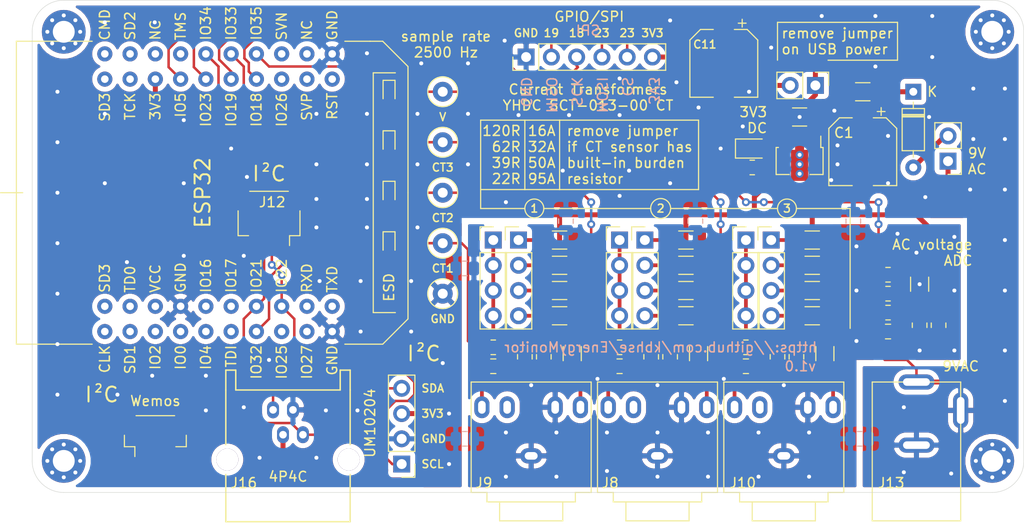
<source format=kicad_pcb>
(kicad_pcb (version 20171130) (host pcbnew "(5.1.10)-1")
  (title_block (title "ESP32 Energy Monitor") (date 2021-09-25) (rev v1.0) (comment 3 https://www.github.com/kbhse) (comment 4 klomar))
  (layers (0 F.Cu signal) (31 B.Cu signal) (34 B.Paste user) (35 F.Paste user) (36 B.SilkS user) (37 F.SilkS user) (38 B.Mask user) (39 F.Mask user) (44 Edge.Cuts user))
  (net 0 "")
  (net 1 GND)
  (net 2 "Net-(C1-Pad1)")
  (net 3 GNDA)
  (net 4 9V_AC)
  (net 5 "Net-(C9-Pad1)")
  (net 6 "Net-(C10-Pad1)")
  (net 7 ADC1_CH5)
  (net 8 ADC1_CH6)
  (net 9 ADC1_CH7)
  (net 10 +3V3)
  (net 11 "Net-(J5-Pad2)")
  (net 12 "Net-(J6-Pad2)")
  (net 13 I2C_SDA)
  (net 14 I2C_SCL)
  (net 15 ADC1_CH4)
  (net 16 TB1)
  (net 17 RB1)
  (net 18 RB2)
  (net 19 RB3)
  (net 20 "Net-(J4-Pad4)")
  (net 21 "Net-(J4-Pad3)")
  (net 22 "Net-(J4-Pad2)")
  (net 23 "Net-(J4-Pad1)")
  (net 24 "Net-(J5-Pad4)")
  (net 25 "Net-(J5-Pad3)")
  (net 26 "Net-(J5-Pad1)")
  (net 27 "Net-(J6-Pad4)")
  (net 28 "Net-(J6-Pad3)")
  (net 29 "Net-(J6-Pad1)")
  (net 30 TB2)
  (net 31 TB3)
  (net 32 "Net-(R25-Pad2)")
  (net 33 "Net-(D1-Pad1)")
  (net 34 "Net-(D1-Pad2)")
  (net 35 "Net-(D6-Pad2)")
  (net 36 SPI_CS)
  (net 37 SPI_MOSI)
  (net 38 SPI_MISO)
  (net 39 SPI_CLK)
  (net 40 "Net-(C11-Pad1)")
  (module Capacitor_SMD:CP_Elec_6.3x5.9 (layer F.Cu) (at 119.6975 81.915 270)
    (fp_text reference C11 (at -1.905 1.905 180) (layer F.SilkS) (effects (font (size 0.8 0.8))))
    (fp_text value 10uF)
    (pad 2 smd roundrect (at 2.8 0 270) (size 3.5 1.6) (layers F.Cu F.Paste F.Mask) (roundrect_rratio 0.15625) (net 1 GND))
    (pad 1 smd roundrect (at -2.8 0 270) (size 3.5 1.6) (layers F.Cu F.Paste F.Mask) (roundrect_rratio 0.15625) (net 40 "Net-(C11-Pad1)"))
  )
  (module MyFootprints:ESP32_D1_MINI (layer F.Cu) (at 68.8975 94.9325 270)
    (fp_text reference U1 hide)
    (fp_text value ESP32_D1_MINI)
    (fp_text user SD3 (at 10.16 11.43 90) (layer F.SilkS) (effects (justify left)))
    (fp_text user TD0 (at 10.16 8.89 90) (layer F.SilkS) (effects (justify left)))
    (fp_text user VCC (at 10.16 6.35 90) (layer F.SilkS) (effects (justify left)))
    (fp_text user GND (at 10.16 3.81 90) (layer F.SilkS) (effects (justify left)))
    (fp_text user IO16 (at 10.16 1.27 90) (layer F.SilkS) (effects (justify left)))
    (fp_text user IO17 (at 10.16 -1.27 90) (layer F.SilkS) (effects (justify left)))
    (fp_text user IO21 (at 10.16 -3.81 90) (layer F.SilkS) (effects (justify left)))
    (fp_text user IO22 (at 10.16 -6.35 90) (layer F.SilkS) (effects (justify left)))
    (fp_text user RXD (at 10.16 -8.89 90) (layer F.SilkS) (effects (justify left)))
    (fp_text user TXD (at 10.16 -11.43 90) (layer F.SilkS) (effects (justify left)))
    (fp_text user CLK (at 15.24 11.43 90) (layer F.SilkS) (effects (justify right)))
    (fp_text user SD1 (at 15.24 8.89 90) (layer F.SilkS) (effects (justify right)))
    (fp_text user IO2 (at 15.24 6.35 90) (layer F.SilkS) (effects (justify right)))
    (fp_text user IO0 (at 15.24 3.81 90) (layer F.SilkS) (effects (justify right)))
    (fp_text user IO4 (at 15.24 1.27 90) (layer F.SilkS) (effects (justify right)))
    (fp_text user TDI (at 15.24 -1.27 90) (layer F.SilkS) (effects (justify right)))
    (fp_text user IO32 (at 15.24 -3.81 90) (layer F.SilkS) (effects (justify right)))
    (fp_text user IO25 (at 15.24 -6.35 90) (layer F.SilkS) (effects (justify right)))
    (fp_text user IO27 (at 15.24 -8.89 90) (layer F.SilkS) (effects (justify right)))
    (fp_text user GND (at 15.24 -11.43 90) (layer F.SilkS) (effects (justify right)))
    (fp_text user SD3 (at -10.16 11.43 90) (layer F.SilkS) (effects (justify right)))
    (fp_text user TCK (at -10.16 8.89 90) (layer F.SilkS) (effects (justify right)))
    (fp_text user 3V3 (at -10.16 6.35 90) (layer F.SilkS) (effects (justify right)))
    (fp_text user CMD (at -15.24 11.43 90) (layer F.SilkS) (effects (justify left)))
    (fp_text user SD2 (at -15.24 8.89 90) (layer F.SilkS) (effects (justify left)))
    (fp_text user NC (at -15.24 6.35 90) (layer F.SilkS) (effects (justify left)))
    (fp_text user IO5 (at -10.16 3.81 90) (layer F.SilkS) (effects (justify right)))
    (fp_text user TMS (at -15.24 3.81 90) (layer F.SilkS) (effects (justify left)))
    (fp_text user IO23 (at -10.16 1.27 90) (layer F.SilkS) (effects (justify right)))
    (fp_text user IO34 (at -15.24 1.27 90) (layer F.SilkS) (effects (justify left)))
    (fp_text user IO19 (at -10.16 -1.27 90) (layer F.SilkS) (effects (justify right)))
    (fp_text user IO33 (at -15.24 -1.27 90) (layer F.SilkS) (effects (justify left)))
    (fp_text user IO18 (at -10.16 -3.81 90) (layer F.SilkS) (effects (justify right)))
    (fp_text user IO35 (at -15.24 -3.81 90) (layer F.SilkS) (effects (justify left)))
    (fp_text user IO26 (at -10.16 -6.35 90) (layer F.SilkS) (effects (justify right)))
    (fp_text user SVN (at -15.24 -6.35 90) (layer F.SilkS) (effects (justify left)))
    (fp_text user SVP (at -10.16 -8.89 90) (layer F.SilkS) (effects (justify right)))
    (fp_text user NC (at -15.24 -8.89 90) (layer F.SilkS) (effects (justify left)))
    (fp_text user RST (at -10.16 -11.43 90) (layer F.SilkS) (effects (justify right)))
    (fp_text user GND (at -15.24 -11.43 90) (layer F.SilkS) (effects (justify left)))
    (pad 21 thru_hole circle (at 13.97 11.43 270) (size 1.524 1.524) (drill 0.762) (layers *.Cu *.Mask))
    (pad 23 thru_hole circle (at 13.97 8.89 270) (size 1.524 1.524) (drill 0.762) (layers *.Cu *.Mask))
    (pad 25 thru_hole circle (at 13.97 6.35 270) (size 1.524 1.524) (drill 0.762) (layers *.Cu *.Mask))
    (pad 27 thru_hole circle (at 13.97 3.81 270) (size 1.524 1.524) (drill 0.762) (layers *.Cu *.Mask))
    (pad 29 thru_hole circle (at 13.97 1.27 270) (size 1.524 1.524) (drill 0.762) (layers *.Cu *.Mask))
    (pad 31 thru_hole circle (at 13.97 -1.27 270) (size 1.524 1.524) (drill 0.762) (layers *.Cu *.Mask))
    (pad 33 thru_hole circle (at 13.97 -3.81 270) (size 1.524 1.524) (drill 0.762) (layers *.Cu *.Mask) (net 7 ADC1_CH5))
    (pad 35 thru_hole circle (at 13.97 -6.35 270) (size 1.524 1.524) (drill 0.762) (layers *.Cu *.Mask))
    (pad 37 thru_hole circle (at 13.97 -8.89 270) (size 1.524 1.524) (drill 0.762) (layers *.Cu *.Mask))
    (pad 39 thru_hole circle (at 13.97 -11.43 270) (size 1.524 1.524) (drill 0.762) (layers *.Cu *.Mask) (net 1 GND))
    (pad 22 thru_hole circle (at 11.43 11.43 270) (size 1.524 1.524) (drill 0.762) (layers *.Cu *.Mask))
    (pad 24 thru_hole circle (at 11.43 8.89 270) (size 1.524 1.524) (drill 0.762) (layers *.Cu *.Mask))
    (pad 26 thru_hole circle (at 11.43 6.35 270) (size 1.524 1.524) (drill 0.762) (layers *.Cu *.Mask))
    (pad 28 thru_hole circle (at 11.43 3.81 270) (size 1.524 1.524) (drill 0.762) (layers *.Cu *.Mask) (net 1 GND))
    (pad 30 thru_hole circle (at 11.43 1.27 270) (size 1.524 1.524) (drill 0.762) (layers *.Cu *.Mask))
    (pad 32 thru_hole circle (at 11.43 -1.27 270) (size 1.524 1.524) (drill 0.762) (layers *.Cu *.Mask))
    (pad 34 thru_hole circle (at 11.43 -3.81 270) (size 1.524 1.524) (drill 0.762) (layers *.Cu *.Mask) (net 13 I2C_SDA))
    (pad 36 thru_hole circle (at 11.43 -6.35 270) (size 1.524 1.524) (drill 0.762) (layers *.Cu *.Mask) (net 14 I2C_SCL))
    (pad 38 thru_hole circle (at 11.43 -8.89 270) (size 1.524 1.524) (drill 0.762) (layers *.Cu *.Mask))
    (pad 40 thru_hole circle (at 11.43 -11.43 270) (size 1.524 1.524) (drill 0.762) (layers *.Cu *.Mask))
    (pad 19 thru_hole circle (at -13.97 11.43 270) (size 1.524 1.524) (drill 0.762) (layers *.Cu *.Mask))
    (pad 17 thru_hole circle (at -13.97 8.89 270) (size 1.524 1.524) (drill 0.762) (layers *.Cu *.Mask))
    (pad 15 thru_hole circle (at -13.97 6.35 270) (size 1.524 1.524) (drill 0.762) (layers *.Cu *.Mask))
    (pad 13 thru_hole circle (at -13.97 3.81 270) (size 1.524 1.524) (drill 0.762) (layers *.Cu *.Mask))
    (pad 11 thru_hole circle (at -13.97 1.27 270) (size 1.524 1.524) (drill 0.762) (layers *.Cu *.Mask) (net 8 ADC1_CH6))
    (pad 9 thru_hole circle (at -13.97 -1.27 270) (size 1.524 1.524) (drill 0.762) (layers *.Cu *.Mask) (net 9 ADC1_CH7))
    (pad 7 thru_hole circle (at -13.97 -3.81 270) (size 1.524 1.524) (drill 0.762) (layers *.Cu *.Mask) (net 15 ADC1_CH4))
    (pad 5 thru_hole circle (at -13.97 -6.35 270) (size 1.524 1.524) (drill 0.762) (layers *.Cu *.Mask))
    (pad 3 thru_hole circle (at -13.97 -8.89 270) (size 1.524 1.524) (drill 0.762) (layers *.Cu *.Mask))
    (pad 1 thru_hole circle (at -13.97 -11.43 270) (size 1.524 1.524) (drill 0.762) (layers *.Cu *.Mask) (net 1 GND))
    (pad 20 thru_hole circle (at -11.43 11.43 270) (size 1.524 1.524) (drill 0.762) (layers *.Cu *.Mask))
    (pad 18 thru_hole circle (at -11.43 8.89 270) (size 1.524 1.524) (drill 0.762) (layers *.Cu *.Mask))
    (pad 16 thru_hole circle (at -11.43 6.35 270) (size 1.524 1.524) (drill 0.762) (layers *.Cu *.Mask) (net 10 +3V3))
    (pad 14 thru_hole circle (at -11.43 3.81 270) (size 1.524 1.524) (drill 0.762) (layers *.Cu *.Mask) (net 36 SPI_CS))
    (pad 12 thru_hole circle (at -11.43 1.27 270) (size 1.524 1.524) (drill 0.762) (layers *.Cu *.Mask) (net 37 SPI_MOSI))
    (pad 10 thru_hole circle (at -11.43 -1.27 270) (size 1.524 1.524) (drill 0.762) (layers *.Cu *.Mask) (net 38 SPI_MISO))
    (pad 8 thru_hole circle (at -11.43 -3.81 270) (size 1.524 1.524) (drill 0.762) (layers *.Cu *.Mask) (net 39 SPI_CLK))
    (pad 6 thru_hole circle (at -11.43 -6.35 270) (size 1.524 1.524) (drill 0.762) (layers *.Cu *.Mask))
    (pad 4 thru_hole circle (at -11.43 -8.89 270) (size 1.524 1.524) (drill 0.762) (layers *.Cu *.Mask))
    (pad 2 thru_hole circle (at -11.43 -11.43 270) (size 1.524 1.524) (drill 0.762) (layers *.Cu *.Mask))
  )
  (module Connector_PinHeader_2.54mm:PinHeader_1x06_P2.54mm_Vertical (layer F.Cu) (at 99.822 81.28 90)
    (fp_text reference J17 hide)
    (fp_text value Conn_01x06 hide)
    (pad 6 thru_hole oval (at 0 12.7 90) (size 1.7 1.7) (drill 1) (layers *.Cu *.Mask) (net 10 +3V3))
    (pad 5 thru_hole oval (at 0 10.16 90) (size 1.7 1.7) (drill 1) (layers *.Cu *.Mask) (net 36 SPI_CS))
    (pad 4 thru_hole oval (at 0 7.62 90) (size 1.7 1.7) (drill 1) (layers *.Cu *.Mask) (net 37 SPI_MOSI))
    (pad 3 thru_hole oval (at 0 5.08 90) (size 1.7 1.7) (drill 1) (layers *.Cu *.Mask) (net 39 SPI_CLK))
    (pad 2 thru_hole oval (at 0 2.54 90) (size 1.7 1.7) (drill 1) (layers *.Cu *.Mask) (net 38 SPI_MISO))
    (pad 1 thru_hole rect (at 0 0 90) (size 1.7 1.7) (drill 1) (layers *.Cu *.Mask) (net 1 GND))
  )
  (module Capacitor_SMD:CP_Elec_6.3x5.9 (layer F.Cu) (at 133.6675 90.805 270)
    (fp_text reference C1 (at -1.905 1.905 180) (layer F.SilkS))
    (fp_text value 47uF)
    (pad 2 smd roundrect (at 2.8 0 270) (size 3.5 1.6) (layers F.Cu F.Paste F.Mask) (roundrect_rratio 0.15625) (net 1 GND))
    (pad 1 smd roundrect (at -2.8 0 270) (size 3.5 1.6) (layers F.Cu F.Paste F.Mask) (roundrect_rratio 0.15625) (net 2 "Net-(C1-Pad1)"))
  )
  (module Connector_JST:JST_SH_SM04B-SRSS-TB_1x04-1MP_P1.00mm_Horizontal (layer F.Cu) (at 73.9775 97.4725 180)
    (fp_text reference J12 (at -0.3175 1.5875) (layer F.SilkS))
    (fp_text value Conn_01x04 hide)
    (pad MP smd roundrect (at 2.8 1.875 180) (size 1.2 1.8) (layers F.Cu F.Paste F.Mask) (roundrect_rratio 0.2083325))
    (pad MP smd roundrect (at -2.8 1.875 180) (size 1.2 1.8) (layers F.Cu F.Paste F.Mask) (roundrect_rratio 0.2083325))
    (pad 4 smd roundrect (at 1.5 -2 180) (size 0.6 1.55) (layers F.Cu F.Paste F.Mask) (net 1 GND))
    (pad 3 smd roundrect (at 0.5 -2 180) (size 0.6 1.55) (layers F.Cu F.Paste F.Mask) (net 13 I2C_SDA))
    (pad 2 smd roundrect (at -0.5 -2 180) (size 0.6 1.55) (layers F.Cu F.Paste F.Mask) (net 14 I2C_SCL))
    (pad 1 smd roundrect (at -1.5 -2 180) (size 0.6 1.55) (layers F.Cu F.Paste F.Mask) (net 10 +3V3))
  )
  (module Resistor_SMD:R_0805_2012Metric (layer B.Cu) (at 93.6625 119.6975)
    (fp_text reference R34 hide)
    (fp_text value 0R)
    (pad 2 smd roundrect (at 0.9125 0) (size 1.025 1.4) (layers B.Cu B.Paste B.Mask) (roundrect_rratio 0.2439004878048781) (net 3 GNDA))
    (pad 1 smd roundrect (at -0.9125 0) (size 1.025 1.4) (layers B.Cu B.Paste B.Mask) (roundrect_rratio 0.2439004878048781) (net 1 GND))
  )
  (module Resistor_SMD:R_0805_2012Metric (layer B.Cu) (at 133.35 119.6975 180)
    (fp_text reference R33 hide)
    (fp_text value 0R)
    (pad 2 smd roundrect (at 0.9125 0 180) (size 1.025 1.4) (layers B.Cu B.Paste B.Mask) (roundrect_rratio 0.2439004878048781) (net 3 GNDA))
    (pad 1 smd roundrect (at -0.9125 0 180) (size 1.025 1.4) (layers B.Cu B.Paste B.Mask) (roundrect_rratio 0.2439004878048781) (net 1 GND))
  )
  (module Resistor_SMD:R_0805_2012Metric (layer B.Cu) (at 93.6625 102.5525)
    (fp_text reference R32 hide)
    (fp_text value 0R)
    (pad 2 smd roundrect (at 0.9125 0) (size 1.025 1.4) (layers B.Cu B.Paste B.Mask) (roundrect_rratio 0.2439004878048781) (net 3 GNDA))
    (pad 1 smd roundrect (at -0.9125 0) (size 1.025 1.4) (layers B.Cu B.Paste B.Mask) (roundrect_rratio 0.2439004878048781) (net 1 GND))
  )
  (module Resistor_SMD:R_0805_2012Metric (layer B.Cu) (at 103.8225 97.79 270)
    (fp_text reference R31 hide)
    (fp_text value 0R)
    (pad 2 smd roundrect (at 0.9125 0 270) (size 1.025 1.4) (layers B.Cu B.Paste B.Mask) (roundrect_rratio 0.2439004878048781) (net 3 GNDA))
    (pad 1 smd roundrect (at -0.9125 0 270) (size 1.025 1.4) (layers B.Cu B.Paste B.Mask) (roundrect_rratio 0.2439004878048781) (net 1 GND))
  )
  (module Resistor_SMD:R_0805_2012Metric (layer B.Cu) (at 116.84 97.79 270)
    (fp_text reference R30 hide)
    (fp_text value 0R)
    (pad 2 smd roundrect (at 0.9125 0 270) (size 1.025 1.4) (layers B.Cu B.Paste B.Mask) (roundrect_rratio 0.2439004878048781) (net 3 GNDA))
    (pad 1 smd roundrect (at -0.9125 0 270) (size 1.025 1.4) (layers B.Cu B.Paste B.Mask) (roundrect_rratio 0.2439004878048781) (net 1 GND))
  )
  (module Resistor_SMD:R_0805_2012Metric (layer B.Cu) (at 132.715 97.79 270)
    (fp_text reference R15 hide)
    (fp_text value 0R)
    (pad 2 smd roundrect (at 0.9125 0 270) (size 1.025 1.4) (layers B.Cu B.Paste B.Mask) (roundrect_rratio 0.2439004878048781) (net 3 GNDA))
    (pad 1 smd roundrect (at -0.9125 0 270) (size 1.025 1.4) (layers B.Cu B.Paste B.Mask) (roundrect_rratio 0.2439004878048781) (net 1 GND))
  )
  (module Connector_JST:JST_SH_BM04B-SRSS-TB_1x04-1MP_P1.00mm_Vertical (layer F.Cu) (at 62.5475 119.38)
    (fp_text reference J14 hide)
    (fp_text value Conn_01x04 hide)
    (pad 1 smd roundrect (at -1.5 1.325) (size 0.6 1.55) (layers F.Cu F.Paste F.Mask) (net 10 +3V3))
    (pad 2 smd roundrect (at -0.5 1.325) (size 0.6 1.55) (layers F.Cu F.Paste F.Mask) (net 14 I2C_SCL))
    (pad 3 smd roundrect (at 0.5 1.325) (size 0.6 1.55) (layers F.Cu F.Paste F.Mask) (net 13 I2C_SDA))
    (pad 4 smd roundrect (at 1.5 1.325) (size 0.6 1.55) (layers F.Cu F.Paste F.Mask) (net 1 GND))
    (pad MP smd roundrect (at -2.8 -1.2) (size 1.2 1.8) (layers F.Cu F.Paste F.Mask) (roundrect_rratio 0.2083325))
    (pad MP smd roundrect (at 2.8 -1.2) (size 1.2 1.8) (layers F.Cu F.Paste F.Mask) (roundrect_rratio 0.2083325))
  )
  (module Resistor_SMD:R_0805_2012Metric (layer F.Cu) (at 122.555 92.3925 180)
    (fp_text reference R14 hide)
    (fp_text value 4K7)
    (pad 2 smd roundrect (at 0.9125 0 180) (size 1.025 1.4) (layers F.Cu F.Paste F.Mask) (roundrect_rratio 0.2439004878048781) (net 35 "Net-(D6-Pad2)"))
    (pad 1 smd roundrect (at -0.9125 0 180) (size 1.025 1.4) (layers F.Cu F.Paste F.Mask) (roundrect_rratio 0.2439004878048781) (net 10 +3V3))
  )
  (module LED_SMD:LED_0805_2012Metric (layer F.Cu) (at 122.555 90.4875)
    (fp_text reference D6 hide)
    (fp_text value LED)
    (pad 2 smd roundrect (at 0.9375 0) (size 0.975 1.4) (layers F.Cu F.Paste F.Mask) (net 35 "Net-(D6-Pad2)"))
    (pad 1 smd roundrect (at -0.9375 0) (size 0.975 1.4) (layers F.Cu F.Paste F.Mask) (net 1 GND))
  )
  (module TestPoint:TestPoint_Loop_D2.50mm_Drill1.0mm_LowProfile (layer F.Cu) (at 91.44 105.0925)
    (fp_text reference TP5 hide)
    (fp_text value TestPoint_Probe hide)
    (pad 1 thru_hole circle (at 0 0) (size 2 2) (drill 1) (layers *.Cu *.Mask) (net 1 GND))
  )
  (module TestPoint:TestPoint_Loop_D2.50mm_Drill1.0mm_LowProfile (layer F.Cu) (at 91.44 84.7725)
    (fp_text reference TP4 hide)
    (fp_text value TestPoint_Probe hide)
    (pad 1 thru_hole circle (at 0 0) (size 2 2) (drill 1) (layers *.Cu *.Mask) (net 15 ADC1_CH4))
  )
  (module TestPoint:TestPoint_Loop_D2.50mm_Drill1.0mm_LowProfile (layer F.Cu) (at 91.44 89.8525)
    (fp_text reference TP3 hide)
    (fp_text value TestPoint_Probe hide)
    (pad 1 thru_hole circle (at 0 0) (size 2 2) (drill 1) (layers *.Cu *.Mask) (net 9 ADC1_CH7))
  )
  (module TestPoint:TestPoint_Loop_D2.50mm_Drill1.0mm_LowProfile (layer F.Cu) (at 91.44 94.9325)
    (fp_text reference TP2 hide)
    (fp_text value TestPoint_Probe hide)
    (pad 1 thru_hole circle (at 0 0) (size 2 2) (drill 1) (layers *.Cu *.Mask) (net 8 ADC1_CH6))
  )
  (module TestPoint:TestPoint_Loop_D2.50mm_Drill1.0mm_LowProfile (layer F.Cu) (at 91.44 100.0125)
    (fp_text reference TP1 hide)
    (fp_text value TestPoint_Probe hide)
    (pad 1 thru_hole circle (at 0 0) (size 2 2) (drill 1) (layers *.Cu *.Mask) (net 7 ADC1_CH5))
  )
  (module Connector_PinHeader_2.54mm:PinHeader_1x02_P2.54mm_Vertical (layer F.Cu) (at 142.24 91.7575 180)
    (fp_text reference J11 hide)
    (fp_text value Conn_01x02 hide)
    (pad 2 thru_hole oval (at 0 2.54 180) (size 1.7 1.7) (drill 1) (layers *.Cu *.Mask) (net 34 "Net-(D1-Pad2)"))
    (pad 1 thru_hole rect (at 0 0 180) (size 1.7 1.7) (drill 1) (layers *.Cu *.Mask) (net 4 9V_AC))
  )
  (module MountingHole:MountingHole_2.2mm_M2_Pad_Via (layer F.Cu) (at 146.685 121.92)
    (fp_text reference H4 hide)
    (fp_text value MountingHole hide)
    (pad 1 thru_hole circle (at 0 0) (size 4.4 4.4) (drill 2.2) (layers *.Cu *.Mask))
    (pad 1 thru_hole circle (at 1.65 0) (size 0.7 0.7) (drill 0.4) (layers *.Cu *.Mask))
    (pad 1 thru_hole circle (at 1.166726 1.166726) (size 0.7 0.7) (drill 0.4) (layers *.Cu *.Mask))
    (pad 1 thru_hole circle (at 0 1.65) (size 0.7 0.7) (drill 0.4) (layers *.Cu *.Mask))
    (pad 1 thru_hole circle (at -1.166726 1.166726) (size 0.7 0.7) (drill 0.4) (layers *.Cu *.Mask))
    (pad 1 thru_hole circle (at -1.65 0) (size 0.7 0.7) (drill 0.4) (layers *.Cu *.Mask))
    (pad 1 thru_hole circle (at -1.166726 -1.166726) (size 0.7 0.7) (drill 0.4) (layers *.Cu *.Mask))
    (pad 1 thru_hole circle (at 0 -1.65) (size 0.7 0.7) (drill 0.4) (layers *.Cu *.Mask))
    (pad 1 thru_hole circle (at 1.166726 -1.166726) (size 0.7 0.7) (drill 0.4) (layers *.Cu *.Mask))
  )
  (module MountingHole:MountingHole_2.2mm_M2_Pad_Via (layer F.Cu) (at 53.34 121.92)
    (fp_text reference H3 hide)
    (fp_text value MountingHole hide)
    (pad 1 thru_hole circle (at 0 0) (size 4.4 4.4) (drill 2.2) (layers *.Cu *.Mask))
    (pad 1 thru_hole circle (at 1.65 0) (size 0.7 0.7) (drill 0.4) (layers *.Cu *.Mask))
    (pad 1 thru_hole circle (at 1.166726 1.166726) (size 0.7 0.7) (drill 0.4) (layers *.Cu *.Mask))
    (pad 1 thru_hole circle (at 0 1.65) (size 0.7 0.7) (drill 0.4) (layers *.Cu *.Mask))
    (pad 1 thru_hole circle (at -1.166726 1.166726) (size 0.7 0.7) (drill 0.4) (layers *.Cu *.Mask))
    (pad 1 thru_hole circle (at -1.65 0) (size 0.7 0.7) (drill 0.4) (layers *.Cu *.Mask))
    (pad 1 thru_hole circle (at -1.166726 -1.166726) (size 0.7 0.7) (drill 0.4) (layers *.Cu *.Mask))
    (pad 1 thru_hole circle (at 0 -1.65) (size 0.7 0.7) (drill 0.4) (layers *.Cu *.Mask))
    (pad 1 thru_hole circle (at 1.166726 -1.166726) (size 0.7 0.7) (drill 0.4) (layers *.Cu *.Mask))
  )
  (module MountingHole:MountingHole_2.2mm_M2_Pad_Via (layer F.Cu) (at 53.34 78.74)
    (fp_text reference H2 hide)
    (fp_text value MountingHole hide)
    (pad 1 thru_hole circle (at 0 0) (size 4.4 4.4) (drill 2.2) (layers *.Cu *.Mask))
    (pad 1 thru_hole circle (at 1.65 0) (size 0.7 0.7) (drill 0.4) (layers *.Cu *.Mask))
    (pad 1 thru_hole circle (at 1.166726 1.166726) (size 0.7 0.7) (drill 0.4) (layers *.Cu *.Mask))
    (pad 1 thru_hole circle (at 0 1.65) (size 0.7 0.7) (drill 0.4) (layers *.Cu *.Mask))
    (pad 1 thru_hole circle (at -1.166726 1.166726) (size 0.7 0.7) (drill 0.4) (layers *.Cu *.Mask))
    (pad 1 thru_hole circle (at -1.65 0) (size 0.7 0.7) (drill 0.4) (layers *.Cu *.Mask))
    (pad 1 thru_hole circle (at -1.166726 -1.166726) (size 0.7 0.7) (drill 0.4) (layers *.Cu *.Mask))
    (pad 1 thru_hole circle (at 0 -1.65) (size 0.7 0.7) (drill 0.4) (layers *.Cu *.Mask))
    (pad 1 thru_hole circle (at 1.166726 -1.166726) (size 0.7 0.7) (drill 0.4) (layers *.Cu *.Mask))
  )
  (module MountingHole:MountingHole_2.2mm_M2_Pad_Via (layer F.Cu) (at 146.685 78.74)
    (fp_text reference H1 hide)
    (fp_text value MountingHole hide)
    (pad 1 thru_hole circle (at 0 0) (size 4.4 4.4) (drill 2.2) (layers *.Cu *.Mask))
    (pad 1 thru_hole circle (at 1.65 0) (size 0.7 0.7) (drill 0.4) (layers *.Cu *.Mask))
    (pad 1 thru_hole circle (at 1.166726 1.166726) (size 0.7 0.7) (drill 0.4) (layers *.Cu *.Mask))
    (pad 1 thru_hole circle (at 0 1.65) (size 0.7 0.7) (drill 0.4) (layers *.Cu *.Mask))
    (pad 1 thru_hole circle (at -1.166726 1.166726) (size 0.7 0.7) (drill 0.4) (layers *.Cu *.Mask))
    (pad 1 thru_hole circle (at -1.65 0) (size 0.7 0.7) (drill 0.4) (layers *.Cu *.Mask))
    (pad 1 thru_hole circle (at -1.166726 -1.166726) (size 0.7 0.7) (drill 0.4) (layers *.Cu *.Mask))
    (pad 1 thru_hole circle (at 0 -1.65) (size 0.7 0.7) (drill 0.4) (layers *.Cu *.Mask))
    (pad 1 thru_hole circle (at 1.166726 -1.166726) (size 0.7 0.7) (drill 0.4) (layers *.Cu *.Mask))
  )
  (module MyFootprints:3.5mm_5_Pin_Socket_PCB_Mount (layer F.Cu) (at 125.73 120.015 180)
    (fp_text reference J10 (at 4.1275 -4.1275) (layer F.SilkS))
    (fp_text value AudioJack3_Ground_Switch_5_pin hide)
    (pad TN thru_hole oval (at -2.413 3.4925 180) (size 1.524 2.2) (drill oval 0.762 1.3) (layers *.Cu *.Mask) (net 3 GNDA))
    (pad S thru_hole oval (at 0 -1.397 180) (size 2.2 1.524) (drill oval 1.3 0.762) (layers *.Cu *.Mask) (net 3 GNDA))
    (pad T thru_hole oval (at -4.953 3.4925 180) (size 1.524 2.2) (drill oval 0.762 1.3) (layers *.Cu *.Mask) (net 31 TB3))
    (pad RN thru_hole oval (at 2.413 3.4925 180) (size 1.524 2.2) (drill oval 0.762 1.3) (layers *.Cu *.Mask))
    (pad R thru_hole oval (at 4.953 3.4925 180) (size 1.524 2.2) (drill oval 0.762 1.3) (layers *.Cu *.Mask) (net 19 RB3))
  )
  (module MyFootprints:3.5mm_5_Pin_Socket_PCB_Mount (layer F.Cu) (at 113.03 120.015 180)
    (fp_text reference J8 (at 4.7625 -4.1275) (layer F.SilkS))
    (fp_text value AudioJack3_Ground_Switch_5_pin hide)
    (pad TN thru_hole oval (at -2.413 3.4925 180) (size 1.524 2.2) (drill oval 0.762 1.3) (layers *.Cu *.Mask) (net 3 GNDA))
    (pad S thru_hole oval (at 0 -1.397 180) (size 2.2 1.524) (drill oval 1.3 0.762) (layers *.Cu *.Mask) (net 3 GNDA))
    (pad T thru_hole oval (at -4.953 3.4925 180) (size 1.524 2.2) (drill oval 0.762 1.3) (layers *.Cu *.Mask) (net 30 TB2))
    (pad RN thru_hole oval (at 2.413 3.4925 180) (size 1.524 2.2) (drill oval 0.762 1.3) (layers *.Cu *.Mask))
    (pad R thru_hole oval (at 4.953 3.4925 180) (size 1.524 2.2) (drill oval 0.762 1.3) (layers *.Cu *.Mask) (net 18 RB2))
  )
  (module MyFootprints:3.5mm_5_Pin_Socket_PCB_Mount (layer F.Cu) (at 100.33 120.015 180)
    (fp_text reference J9 (at 4.7625 -4.1275) (layer F.SilkS))
    (fp_text value AudioJack3_Ground_Switch_5_pin hide)
    (pad TN thru_hole oval (at -2.413 3.4925 180) (size 1.524 2.2) (drill oval 0.762 1.3) (layers *.Cu *.Mask) (net 3 GNDA))
    (pad S thru_hole oval (at 0 -1.397 180) (size 2.2 1.524) (drill oval 1.3 0.762) (layers *.Cu *.Mask) (net 3 GNDA))
    (pad T thru_hole oval (at -4.953 3.4925 180) (size 1.524 2.2) (drill oval 0.762 1.3) (layers *.Cu *.Mask) (net 16 TB1))
    (pad RN thru_hole oval (at 2.413 3.4925 180) (size 1.524 2.2) (drill oval 0.762 1.3) (layers *.Cu *.Mask))
    (pad R thru_hole oval (at 4.953 3.4925 180) (size 1.524 2.2) (drill oval 0.762 1.3) (layers *.Cu *.Mask) (net 17 RB1))
  )
  (module MyFootprints:DC_Barrel_Jack_Socket (layer F.Cu) (at 139.065 120.3325 180)
    (fp_text reference J13 (at 2.54 -3.81) (layer F.SilkS))
    (fp_text value Barrel_Jack_Switch hide)
    (pad 3 thru_hole oval (at -4.445 3.4925 180) (size 1.524 3.6) (drill oval 0.762 2.7) (layers *.Cu *.Mask) (net 1 GND))
    (pad 2 thru_hole oval (at 0 0 180) (size 3.6 1.524) (drill oval 2.7 0.762) (layers *.Cu *.Mask) (net 1 GND))
    (pad 1 thru_hole oval (at 0 6.35 180) (size 3.6 1.524) (drill oval 2.7 0.762) (layers *.Cu *.Mask) (net 4 9V_AC))
  )
  (module Diode_THT:D_DO-35_SOD27_P7.62mm_Horizontal (layer F.Cu) (at 138.7475 84.7725 270)
    (fp_text reference D1 hide)
    (fp_text value IN4148)
    (fp_text user K (at 0 -1.905 180) (layer F.SilkS))
    (pad 2 thru_hole oval (at 7.62 0 270) (size 1.6 1.6) (drill 0.8) (layers *.Cu *.Mask) (net 34 "Net-(D1-Pad2)"))
    (pad 1 thru_hole rect (at 0 0 270) (size 1.6 1.6) (drill 0.8) (layers *.Cu *.Mask) (net 33 "Net-(D1-Pad1)"))
  )
  (module Resistor_SMD:R_1206_3216Metric (layer F.Cu) (at 128.5875 99.695 180)
    (fp_text reference R13 hide)
    (fp_text value 120R)
    (pad 2 smd roundrect (at 1.4625 0 180) (size 1.125 1.75) (layers F.Cu F.Paste F.Mask) (roundrect_rratio 0.2222195555555556) (net 29 "Net-(J6-Pad1)"))
    (pad 1 smd roundrect (at -1.4625 0 180) (size 1.125 1.75) (layers F.Cu F.Paste F.Mask) (roundrect_rratio 0.2222195555555556) (net 31 TB3))
  )
  (module Resistor_SMD:R_1206_3216Metric (layer F.Cu) (at 128.5875 102.235 180)
    (fp_text reference R12 hide)
    (fp_text value 62R)
    (pad 2 smd roundrect (at 1.4625 0 180) (size 1.125 1.75) (layers F.Cu F.Paste F.Mask) (roundrect_rratio 0.2222195555555556) (net 12 "Net-(J6-Pad2)"))
    (pad 1 smd roundrect (at -1.4625 0 180) (size 1.125 1.75) (layers F.Cu F.Paste F.Mask) (roundrect_rratio 0.2222195555555556) (net 31 TB3))
  )
  (module Resistor_SMD:R_1206_3216Metric (layer F.Cu) (at 128.5875 104.775 180)
    (fp_text reference R11 hide)
    (fp_text value 39R)
    (pad 2 smd roundrect (at 1.4625 0 180) (size 1.125 1.75) (layers F.Cu F.Paste F.Mask) (roundrect_rratio 0.2222195555555556) (net 28 "Net-(J6-Pad3)"))
    (pad 1 smd roundrect (at -1.4625 0 180) (size 1.125 1.75) (layers F.Cu F.Paste F.Mask) (roundrect_rratio 0.2222195555555556) (net 31 TB3))
  )
  (module Resistor_SMD:R_1206_3216Metric (layer F.Cu) (at 128.5875 107.315 180)
    (fp_text reference R10 hide)
    (fp_text value 22R)
    (pad 2 smd roundrect (at 1.4625 0 180) (size 1.125 1.75) (layers F.Cu F.Paste F.Mask) (roundrect_rratio 0.2222195555555556) (net 27 "Net-(J6-Pad4)"))
    (pad 1 smd roundrect (at -1.4625 0 180) (size 1.125 1.75) (layers F.Cu F.Paste F.Mask) (roundrect_rratio 0.2222195555555556) (net 31 TB3))
  )
  (module Resistor_SMD:R_1206_3216Metric (layer F.Cu) (at 115.8875 99.695 180)
    (fp_text reference R9 hide)
    (fp_text value 120R)
    (pad 2 smd roundrect (at 1.4625 0 180) (size 1.125 1.75) (layers F.Cu F.Paste F.Mask) (roundrect_rratio 0.2222195555555556) (net 26 "Net-(J5-Pad1)"))
    (pad 1 smd roundrect (at -1.4625 0 180) (size 1.125 1.75) (layers F.Cu F.Paste F.Mask) (roundrect_rratio 0.2222195555555556) (net 30 TB2))
  )
  (module Resistor_SMD:R_1206_3216Metric (layer F.Cu) (at 115.8875 102.235 180)
    (fp_text reference R8 hide)
    (fp_text value 62R)
    (pad 2 smd roundrect (at 1.4625 0 180) (size 1.125 1.75) (layers F.Cu F.Paste F.Mask) (roundrect_rratio 0.2222195555555556) (net 11 "Net-(J5-Pad2)"))
    (pad 1 smd roundrect (at -1.4625 0 180) (size 1.125 1.75) (layers F.Cu F.Paste F.Mask) (roundrect_rratio 0.2222195555555556) (net 30 TB2))
  )
  (module Resistor_SMD:R_1206_3216Metric (layer F.Cu) (at 115.8875 104.775 180)
    (fp_text reference R7 hide)
    (fp_text value 39R)
    (pad 2 smd roundrect (at 1.4625 0 180) (size 1.125 1.75) (layers F.Cu F.Paste F.Mask) (roundrect_rratio 0.2222195555555556) (net 25 "Net-(J5-Pad3)"))
    (pad 1 smd roundrect (at -1.4625 0 180) (size 1.125 1.75) (layers F.Cu F.Paste F.Mask) (roundrect_rratio 0.2222195555555556) (net 30 TB2))
  )
  (module Resistor_SMD:R_1206_3216Metric (layer F.Cu) (at 115.8875 107.315 180)
    (fp_text reference R6 hide)
    (fp_text value 22R)
    (pad 2 smd roundrect (at 1.4625 0 180) (size 1.125 1.75) (layers F.Cu F.Paste F.Mask) (roundrect_rratio 0.2222195555555556) (net 24 "Net-(J5-Pad4)"))
    (pad 1 smd roundrect (at -1.4625 0 180) (size 1.125 1.75) (layers F.Cu F.Paste F.Mask) (roundrect_rratio 0.2222195555555556) (net 30 TB2))
  )
  (module Connector_PinHeader_2.54mm:PinHeader_1x04_P2.54mm_Vertical (layer F.Cu) (at 124.46 99.695)
    (fp_text reference J6 hide)
    (fp_text value Conn_01x04 hide)
    (pad 4 thru_hole oval (at 0 7.62) (size 1.7 1.7) (drill 1) (layers *.Cu *.Mask) (net 27 "Net-(J6-Pad4)"))
    (pad 3 thru_hole oval (at 0 5.08) (size 1.7 1.7) (drill 1) (layers *.Cu *.Mask) (net 28 "Net-(J6-Pad3)"))
    (pad 2 thru_hole oval (at 0 2.54) (size 1.7 1.7) (drill 1) (layers *.Cu *.Mask) (net 12 "Net-(J6-Pad2)"))
    (pad 1 thru_hole rect (at 0 0) (size 1.7 1.7) (drill 1) (layers *.Cu *.Mask) (net 29 "Net-(J6-Pad1)"))
  )
  (module Connector_PinHeader_2.54mm:PinHeader_1x04_P2.54mm_Vertical (layer F.Cu) (at 111.76 99.695)
    (fp_text reference J5 hide)
    (fp_text value Conn_01x04 hide)
    (pad 4 thru_hole oval (at 0 7.62) (size 1.7 1.7) (drill 1) (layers *.Cu *.Mask) (net 24 "Net-(J5-Pad4)"))
    (pad 3 thru_hole oval (at 0 5.08) (size 1.7 1.7) (drill 1) (layers *.Cu *.Mask) (net 25 "Net-(J5-Pad3)"))
    (pad 2 thru_hole oval (at 0 2.54) (size 1.7 1.7) (drill 1) (layers *.Cu *.Mask) (net 11 "Net-(J5-Pad2)"))
    (pad 1 thru_hole rect (at 0 0) (size 1.7 1.7) (drill 1) (layers *.Cu *.Mask) (net 26 "Net-(J5-Pad1)"))
  )
  (module Connector_PinHeader_2.54mm:PinHeader_1x04_P2.54mm_Vertical (layer F.Cu) (at 121.92 99.695)
    (fp_text reference J3 hide)
    (fp_text value Conn_01x04 hide)
    (pad 4 thru_hole oval (at 0 7.62) (size 1.7 1.7) (drill 1) (layers *.Cu *.Mask) (net 19 RB3))
    (pad 3 thru_hole oval (at 0 5.08) (size 1.7 1.7) (drill 1) (layers *.Cu *.Mask) (net 19 RB3))
    (pad 2 thru_hole oval (at 0 2.54) (size 1.7 1.7) (drill 1) (layers *.Cu *.Mask) (net 19 RB3))
    (pad 1 thru_hole rect (at 0 0) (size 1.7 1.7) (drill 1) (layers *.Cu *.Mask) (net 19 RB3))
  )
  (module Connector_PinHeader_2.54mm:PinHeader_1x04_P2.54mm_Vertical (layer F.Cu) (at 109.22 99.695)
    (fp_text reference J2 hide)
    (fp_text value Conn_01x04 hide)
    (pad 4 thru_hole oval (at 0 7.62) (size 1.7 1.7) (drill 1) (layers *.Cu *.Mask) (net 18 RB2))
    (pad 3 thru_hole oval (at 0 5.08) (size 1.7 1.7) (drill 1) (layers *.Cu *.Mask) (net 18 RB2))
    (pad 2 thru_hole oval (at 0 2.54) (size 1.7 1.7) (drill 1) (layers *.Cu *.Mask) (net 18 RB2))
    (pad 1 thru_hole rect (at 0 0) (size 1.7 1.7) (drill 1) (layers *.Cu *.Mask) (net 18 RB2))
  )
  (module Resistor_SMD:R_1206_3216Metric (layer F.Cu) (at 103.1875 99.695 180)
    (fp_text reference R5 hide)
    (fp_text value 120R)
    (pad 2 smd roundrect (at 1.4625 0 180) (size 1.125 1.75) (layers F.Cu F.Paste F.Mask) (roundrect_rratio 0.2222195555555556) (net 23 "Net-(J4-Pad1)"))
    (pad 1 smd roundrect (at -1.4625 0 180) (size 1.125 1.75) (layers F.Cu F.Paste F.Mask) (roundrect_rratio 0.2222195555555556) (net 16 TB1))
  )
  (module Resistor_SMD:R_1206_3216Metric (layer F.Cu) (at 103.1875 102.235 180)
    (fp_text reference R4 hide)
    (fp_text value 62R)
    (pad 2 smd roundrect (at 1.4625 0 180) (size 1.125 1.75) (layers F.Cu F.Paste F.Mask) (roundrect_rratio 0.2222195555555556) (net 22 "Net-(J4-Pad2)"))
    (pad 1 smd roundrect (at -1.4625 0 180) (size 1.125 1.75) (layers F.Cu F.Paste F.Mask) (roundrect_rratio 0.2222195555555556) (net 16 TB1))
  )
  (module Resistor_SMD:R_1206_3216Metric (layer F.Cu) (at 103.1875 104.775 180)
    (fp_text reference R3 hide)
    (fp_text value 39R)
    (pad 2 smd roundrect (at 1.4625 0 180) (size 1.125 1.75) (layers F.Cu F.Paste F.Mask) (roundrect_rratio 0.2222195555555556) (net 21 "Net-(J4-Pad3)"))
    (pad 1 smd roundrect (at -1.4625 0 180) (size 1.125 1.75) (layers F.Cu F.Paste F.Mask) (roundrect_rratio 0.2222195555555556) (net 16 TB1))
  )
  (module Resistor_SMD:R_1206_3216Metric (layer F.Cu) (at 103.1875 107.315 180)
    (fp_text reference R2 hide)
    (fp_text value 22R)
    (pad 2 smd roundrect (at 1.4625 0 180) (size 1.125 1.75) (layers F.Cu F.Paste F.Mask) (roundrect_rratio 0.2222195555555556) (net 20 "Net-(J4-Pad4)"))
    (pad 1 smd roundrect (at -1.4625 0 180) (size 1.125 1.75) (layers F.Cu F.Paste F.Mask) (roundrect_rratio 0.2222195555555556) (net 16 TB1))
  )
  (module Connector_PinHeader_2.54mm:PinHeader_1x04_P2.54mm_Vertical (layer F.Cu) (at 99.06 99.695)
    (fp_text reference J4 hide)
    (fp_text value Conn_01x04 hide)
    (pad 4 thru_hole oval (at 0 7.62) (size 1.7 1.7) (drill 1) (layers *.Cu *.Mask) (net 20 "Net-(J4-Pad4)"))
    (pad 3 thru_hole oval (at 0 5.08) (size 1.7 1.7) (drill 1) (layers *.Cu *.Mask) (net 21 "Net-(J4-Pad3)"))
    (pad 2 thru_hole oval (at 0 2.54) (size 1.7 1.7) (drill 1) (layers *.Cu *.Mask) (net 22 "Net-(J4-Pad2)"))
    (pad 1 thru_hole rect (at 0 0) (size 1.7 1.7) (drill 1) (layers *.Cu *.Mask) (net 23 "Net-(J4-Pad1)"))
  )
  (module Connector_PinHeader_2.54mm:PinHeader_1x04_P2.54mm_Vertical (layer F.Cu) (at 96.52 99.695)
    (fp_text reference J1 hide)
    (fp_text value Conn_01x04 hide)
    (pad 4 thru_hole oval (at 0 7.62) (size 1.7 1.7) (drill 1) (layers *.Cu *.Mask) (net 17 RB1))
    (pad 3 thru_hole oval (at 0 5.08) (size 1.7 1.7) (drill 1) (layers *.Cu *.Mask) (net 17 RB1))
    (pad 2 thru_hole oval (at 0 2.54) (size 1.7 1.7) (drill 1) (layers *.Cu *.Mask) (net 17 RB1))
    (pad 1 thru_hole rect (at 0 0) (size 1.7 1.7) (drill 1) (layers *.Cu *.Mask) (net 17 RB1))
  )
  (module Resistor_SMD:R_1206_3216Metric (layer F.Cu) (at 133.6675 84.7725)
    (fp_text reference R1 hide)
    (fp_text value "56R 0.25W")
    (pad 2 smd roundrect (at 1.4625 0) (size 1.125 1.75) (layers F.Cu F.Paste F.Mask) (roundrect_rratio 0.2222195555555556) (net 33 "Net-(D1-Pad1)"))
    (pad 1 smd roundrect (at -1.4625 0) (size 1.125 1.75) (layers F.Cu F.Paste F.Mask) (roundrect_rratio 0.2222195555555556) (net 2 "Net-(C1-Pad1)"))
  )
  (module MyFootprints:RJ6_4P4C_small_I2C_UM10204 (layer F.Cu) (at 75.8825 121.285 180)
    (fp_text reference J16 (at 4.445 -2.8575) (layer F.SilkS))
    (fp_text value 4P4C (at 0 -2.2225) (layer F.SilkS))
    (pad 4 thru_hole oval (at 1.5 4.5 180) (size 1.2 1.7) (drill 0.762) (layers *.Cu *.Mask) (net 13 I2C_SDA))
    (pad 3 thru_hole oval (at 0.5 2 180) (size 1.2 1.7) (drill 0.762) (layers *.Cu *.Mask) (net 10 +3V3))
    (pad 2 thru_hole oval (at -0.5 4.5 180) (size 1.2 1.7) (drill 0.762) (layers *.Cu *.Mask) (net 1 GND))
    (pad 1 thru_hole oval (at -1.5 2 180) (size 1.2 1.7) (drill 0.762) (layers *.Cu *.Mask) (net 14 I2C_SCL))
    (pad "" thru_hole circle (at 6.1 -0.5 180) (size 2.2 2.2) (drill 2.2) (layers *.Cu *.Mask))
    (pad "" thru_hole circle (at -6.1 -0.5 180) (size 2.2 2.2) (drill 2.2) (layers *.Cu *.Mask))
  )
  (module Resistor_SMD:R_0805_2012Metric (layer F.Cu) (at 121.92 110.49)
    (fp_text reference R18 hide)
    (fp_text value 1K)
    (pad 2 smd roundrect (at 0.9125 0) (size 1.025 1.4) (layers F.Cu F.Paste F.Mask) (roundrect_rratio 0.2439004878048781) (net 19 RB3))
    (pad 1 smd roundrect (at -0.9125 0) (size 1.025 1.4) (layers F.Cu F.Paste F.Mask) (roundrect_rratio 0.2439004878048781) (net 9 ADC1_CH7))
  )
  (module Diode_SMD:D_SOD-523 (layer F.Cu) (at 86.0425 84.7725 270)
    (fp_text reference D5 hide)
    (fp_text value ESD5Z3.3T1G hide)
    (pad 1 smd rect (at -0.7 0 90) (size 0.6 0.7) (layers F.Cu F.Paste F.Mask) (net 15 ADC1_CH4))
    (pad 2 smd rect (at 0.7 0 90) (size 0.6 0.7) (layers F.Cu F.Paste F.Mask) (net 1 GND))
  )
  (module Package_TO_SOT_SMD:SOT-89-3 (layer F.Cu) (at 127.3175 91.44 270)
    (fp_text reference U2 hide)
    (fp_text value HT7333)
    (pad 2 smd custom (at -1.5625 0 270) (size 1.475 0.9) (layers F.Cu F.Paste F.Mask) (net 2 "Net-(C1-Pad1)") (options (clearance outline) (anchor rect)) (primitives (gr_poly (pts (xy 0.7375 -0.8665) (xy 3.8625 -0.8665) (xy 3.8625 0.8665) (xy 0.7375 0.8665)) (width 0))))
    (pad 3 smd rect (at -1.65 1.5 270) (size 1.3 0.9) (layers F.Cu F.Paste F.Mask) (net 40 "Net-(C11-Pad1)"))
    (pad 1 smd rect (at -1.65 -1.5 270) (size 1.3 0.9) (layers F.Cu F.Paste F.Mask) (net 1 GND))
  )
  (module Resistor_SMD:R_0805_2012Metric (layer F.Cu) (at 139.3825 108.2675 270)
    (fp_text reference R29 hide)
    (fp_text value 470K)
    (pad 2 smd roundrect (at 0.9125 0 270) (size 1.025 1.4) (layers F.Cu F.Paste F.Mask) (roundrect_rratio 0.2439004878048781) (net 3 GNDA))
    (pad 1 smd roundrect (at -0.9125 0 270) (size 1.025 1.4) (layers F.Cu F.Paste F.Mask) (roundrect_rratio 0.2439004878048781) (net 6 "Net-(C10-Pad1)"))
  )
  (module Resistor_SMD:R_0805_2012Metric (layer F.Cu) (at 141.2875 108.2675 270)
    (fp_text reference R28 hide)
    (fp_text value 470K)
    (pad 1 smd roundrect (at -0.9125 0 270) (size 1.025 1.4) (layers F.Cu F.Paste F.Mask) (roundrect_rratio 0.2439004878048781) (net 10 +3V3))
    (pad 2 smd roundrect (at 0.9125 0 270) (size 1.025 1.4) (layers F.Cu F.Paste F.Mask) (roundrect_rratio 0.2439004878048781) (net 6 "Net-(C10-Pad1)"))
  )
  (module Resistor_SMD:R_0805_2012Metric (layer F.Cu) (at 136.2075 105.0925)
    (fp_text reference R27 hide)
    (fp_text value 10K)
    (pad 2 smd roundrect (at 0.9125 0) (size 1.025 1.4) (layers F.Cu F.Paste F.Mask) (roundrect_rratio 0.2439004878048781) (net 6 "Net-(C10-Pad1)"))
    (pad 1 smd roundrect (at -0.9125 0) (size 1.025 1.4) (layers F.Cu F.Paste F.Mask) (roundrect_rratio 0.2439004878048781) (net 32 "Net-(R25-Pad2)"))
  )
  (module Resistor_SMD:R_0805_2012Metric (layer F.Cu) (at 136.2075 103.1875)
    (fp_text reference R26 hide)
    (fp_text value 470K)
    (pad 2 smd roundrect (at 0.9125 0) (size 1.025 1.4) (layers F.Cu F.Paste F.Mask) (roundrect_rratio 0.2439004878048781) (net 32 "Net-(R25-Pad2)"))
    (pad 1 smd roundrect (at -0.9125 0) (size 1.025 1.4) (layers F.Cu F.Paste F.Mask) (roundrect_rratio 0.2439004878048781) (net 15 ADC1_CH4))
  )
  (module Resistor_SMD:R_0805_2012Metric (layer F.Cu) (at 136.2075 106.9975 180)
    (fp_text reference R25 hide)
    (fp_text value 120K)
    (pad 2 smd roundrect (at 0.9125 0 180) (size 1.025 1.4) (layers F.Cu F.Paste F.Mask) (roundrect_rratio 0.2439004878048781) (net 32 "Net-(R25-Pad2)"))
    (pad 1 smd roundrect (at -0.9125 0 180) (size 1.025 1.4) (layers F.Cu F.Paste F.Mask) (roundrect_rratio 0.2439004878048781) (net 5 "Net-(C9-Pad1)"))
  )
  (module Resistor_SMD:R_0805_2012Metric (layer F.Cu) (at 127 111.4425 270)
    (fp_text reference R24 hide)
    (fp_text value 470K)
    (pad 1 smd roundrect (at -0.9125 0 270) (size 1.025 1.4) (layers F.Cu F.Paste F.Mask) (roundrect_rratio 0.2439004878048781) (net 31 TB3))
    (pad 2 smd roundrect (at 0.9125 0 270) (size 1.025 1.4) (layers F.Cu F.Paste F.Mask) (roundrect_rratio 0.2439004878048781) (net 3 GNDA))
  )
  (module Resistor_SMD:R_0805_2012Metric (layer F.Cu) (at 125.095 111.4425 270)
    (fp_text reference R23 hide)
    (fp_text value 470K)
    (pad 2 smd roundrect (at 0.9125 0 270) (size 1.025 1.4) (layers F.Cu F.Paste F.Mask) (roundrect_rratio 0.2439004878048781) (net 31 TB3))
    (pad 1 smd roundrect (at -0.9125 0 270) (size 1.025 1.4) (layers F.Cu F.Paste F.Mask) (roundrect_rratio 0.2439004878048781) (net 10 +3V3))
  )
  (module Resistor_SMD:R_0805_2012Metric (layer F.Cu) (at 114.3 111.4425 270)
    (fp_text reference R22 hide)
    (fp_text value 470K)
    (pad 1 smd roundrect (at -0.9125 0 270) (size 1.025 1.4) (layers F.Cu F.Paste F.Mask) (roundrect_rratio 0.2439004878048781) (net 30 TB2))
    (pad 2 smd roundrect (at 0.9125 0 270) (size 1.025 1.4) (layers F.Cu F.Paste F.Mask) (roundrect_rratio 0.2439004878048781) (net 3 GNDA))
  )
  (module Resistor_SMD:R_0805_2012Metric (layer F.Cu) (at 112.395 111.4425 270)
    (fp_text reference R21 hide)
    (fp_text value 470K)
    (pad 2 smd roundrect (at 0.9125 0 270) (size 1.025 1.4) (layers F.Cu F.Paste F.Mask) (roundrect_rratio 0.2439004878048781) (net 30 TB2))
    (pad 1 smd roundrect (at -0.9125 0 270) (size 1.025 1.4) (layers F.Cu F.Paste F.Mask) (roundrect_rratio 0.2439004878048781) (net 10 +3V3))
  )
  (module Resistor_SMD:R_0805_2012Metric (layer F.Cu) (at 101.6 111.4425 270)
    (fp_text reference R20 hide)
    (fp_text value 470K)
    (pad 1 smd roundrect (at -0.9125 0 270) (size 1.025 1.4) (layers F.Cu F.Paste F.Mask) (roundrect_rratio 0.2439004878048781) (net 16 TB1))
    (pad 2 smd roundrect (at 0.9125 0 270) (size 1.025 1.4) (layers F.Cu F.Paste F.Mask) (roundrect_rratio 0.2439004878048781) (net 3 GNDA))
  )
  (module Resistor_SMD:R_0805_2012Metric (layer F.Cu) (at 99.695 111.4425 270)
    (fp_text reference R19 hide)
    (fp_text value 470K)
    (pad 2 smd roundrect (at 0.9125 0 270) (size 1.025 1.4) (layers F.Cu F.Paste F.Mask) (roundrect_rratio 0.2439004878048781) (net 16 TB1))
    (pad 1 smd roundrect (at -0.9125 0 270) (size 1.025 1.4) (layers F.Cu F.Paste F.Mask) (roundrect_rratio 0.2439004878048781) (net 10 +3V3))
  )
  (module Resistor_SMD:R_0805_2012Metric (layer F.Cu) (at 109.22 110.49)
    (fp_text reference R17 hide)
    (fp_text value 1K)
    (pad 2 smd roundrect (at 0.9125 0) (size 1.025 1.4) (layers F.Cu F.Paste F.Mask) (roundrect_rratio 0.2439004878048781) (net 18 RB2))
    (pad 1 smd roundrect (at -0.9125 0) (size 1.025 1.4) (layers F.Cu F.Paste F.Mask) (roundrect_rratio 0.2439004878048781) (net 8 ADC1_CH6))
  )
  (module Resistor_SMD:R_0805_2012Metric (layer F.Cu) (at 96.52 110.49)
    (fp_text reference R16 hide)
    (fp_text value 1K)
    (pad 2 smd roundrect (at 0.9125 0) (size 1.025 1.4) (layers F.Cu F.Paste F.Mask) (roundrect_rratio 0.2439004878048781) (net 17 RB1))
    (pad 1 smd roundrect (at -0.9125 0) (size 1.025 1.4) (layers F.Cu F.Paste F.Mask) (roundrect_rratio 0.2439004878048781) (net 7 ADC1_CH5))
  )
  (module Connector_PinHeader_2.54mm:PinHeader_1x04_P2.54mm_Vertical (layer F.Cu) (at 87.3125 122.2375 180)
    (fp_text reference J15 hide)
    (fp_text value Conn_01x04 hide)
    (pad 4 thru_hole oval (at 0 7.62 180) (size 1.7 1.7) (drill 1) (layers *.Cu *.Mask) (net 13 I2C_SDA))
    (pad 3 thru_hole oval (at 0 5.08 180) (size 1.7 1.7) (drill 1) (layers *.Cu *.Mask) (net 10 +3V3))
    (pad 2 thru_hole oval (at 0 2.54 180) (size 1.7 1.7) (drill 1) (layers *.Cu *.Mask) (net 1 GND))
    (pad 1 thru_hole rect (at 0 0 180) (size 1.7 1.7) (drill 1) (layers *.Cu *.Mask) (net 14 I2C_SCL))
  )
  (module Connector_PinHeader_2.54mm:PinHeader_1x02_P2.54mm_Vertical (layer F.Cu) (at 128.905 84.1375 270)
    (fp_text reference J7 hide)
    (fp_text value Conn_01x02 hide)
    (pad 2 thru_hole oval (at 0 2.54 270) (size 1.7 1.7) (drill 1) (layers *.Cu *.Mask) (net 10 +3V3))
    (pad 1 thru_hole rect (at 0 0 270) (size 1.7 1.7) (drill 1) (layers *.Cu *.Mask) (net 40 "Net-(C11-Pad1)"))
  )
  (module Diode_SMD:D_SOD-523 (layer F.Cu) (at 86.0425 89.8525 270)
    (fp_text reference D4 hide)
    (fp_text value ESD5Z3.3T1G hide)
    (pad 1 smd rect (at -0.7 0 90) (size 0.6 0.7) (layers F.Cu F.Paste F.Mask) (net 9 ADC1_CH7))
    (pad 2 smd rect (at 0.7 0 90) (size 0.6 0.7) (layers F.Cu F.Paste F.Mask) (net 1 GND))
  )
  (module Diode_SMD:D_SOD-523 (layer F.Cu) (at 86.0425 94.9325 270)
    (fp_text reference D3 hide)
    (fp_text value ESD5Z3.3T1G hide)
    (pad 1 smd rect (at -0.7 0 90) (size 0.6 0.7) (layers F.Cu F.Paste F.Mask) (net 8 ADC1_CH6))
    (pad 2 smd rect (at 0.7 0 90) (size 0.6 0.7) (layers F.Cu F.Paste F.Mask) (net 1 GND))
  )
  (module Diode_SMD:D_SOD-523 (layer F.Cu) (at 86.0425 100.0125 270)
    (fp_text reference D2 hide)
    (fp_text value ESD5Z3.3T1G hide)
    (pad 1 smd rect (at -0.7 0 90) (size 0.6 0.7) (layers F.Cu F.Paste F.Mask) (net 7 ADC1_CH5))
    (pad 2 smd rect (at 0.7 0 90) (size 0.6 0.7) (layers F.Cu F.Paste F.Mask) (net 1 GND))
  )
  (module Capacitor_SMD:C_1206_3216Metric (layer F.Cu) (at 139.3825 104.14 90)
    (fp_text reference C10 hide)
    (fp_text value 10uF)
    (pad 2 smd roundrect (at 1.475 0 90) (size 1.15 1.8) (layers F.Cu F.Paste F.Mask) (roundrect_rratio 0.2173904347826087) (net 3 GNDA))
    (pad 1 smd roundrect (at -1.475 0 90) (size 1.15 1.8) (layers F.Cu F.Paste F.Mask) (roundrect_rratio 0.2173904347826087) (net 6 "Net-(C10-Pad1)"))
  )
  (module Capacitor_SMD:C_0805_2012Metric (layer F.Cu) (at 136.2075 108.9025 180)
    (fp_text reference C9 hide)
    (fp_text value "1uF 25V")
    (pad 2 smd roundrect (at 0.95 0 180) (size 1 1.45) (layers F.Cu F.Paste F.Mask) (net 4 9V_AC))
    (pad 1 smd roundrect (at -0.95 0 180) (size 1 1.45) (layers F.Cu F.Paste F.Mask) (net 5 "Net-(C9-Pad1)"))
  )
  (module Capacitor_SMD:C_1206_3216Metric (layer F.Cu) (at 129.8575 111.125 270)
    (fp_text reference C8 hide)
    (fp_text value 10uF)
    (pad 1 smd roundrect (at -1.475 0 270) (size 1.15 1.8) (layers F.Cu F.Paste F.Mask) (roundrect_rratio 0.2173904347826087) (net 31 TB3))
    (pad 2 smd roundrect (at 1.475 0 270) (size 1.15 1.8) (layers F.Cu F.Paste F.Mask) (roundrect_rratio 0.2173904347826087) (net 3 GNDA))
  )
  (module Capacitor_SMD:C_1206_3216Metric (layer F.Cu) (at 117.1575 111.125 270)
    (fp_text reference C7 hide)
    (fp_text value 10uF)
    (pad 1 smd roundrect (at -1.475 0 270) (size 1.15 1.8) (layers F.Cu F.Paste F.Mask) (roundrect_rratio 0.2173904347826087) (net 30 TB2))
    (pad 2 smd roundrect (at 1.475 0 270) (size 1.15 1.8) (layers F.Cu F.Paste F.Mask) (roundrect_rratio 0.2173904347826087) (net 3 GNDA))
  )
  (module Capacitor_SMD:C_1206_3216Metric (layer F.Cu) (at 104.4575 111.125 270)
    (fp_text reference C6 hide)
    (fp_text value 10uF)
    (pad 1 smd roundrect (at -1.475 0 270) (size 1.15 1.8) (layers F.Cu F.Paste F.Mask) (roundrect_rratio 0.2173904347826087) (net 16 TB1))
    (pad 2 smd roundrect (at 1.475 0 270) (size 1.15 1.8) (layers F.Cu F.Paste F.Mask) (roundrect_rratio 0.2173904347826087) (net 3 GNDA))
  )
  (module Capacitor_SMD:C_0805_2012Metric (layer F.Cu) (at 121.92 112.395)
    (fp_text reference C5 hide)
    (fp_text value 0.1uF)
    (pad 2 smd roundrect (at 0.95 0) (size 1 1.45) (layers F.Cu F.Paste F.Mask) (net 31 TB3))
    (pad 1 smd roundrect (at -0.95 0) (size 1 1.45) (layers F.Cu F.Paste F.Mask) (net 19 RB3))
  )
  (module Capacitor_SMD:C_0805_2012Metric (layer F.Cu) (at 109.22 112.395)
    (fp_text reference C4 hide)
    (fp_text value 0.1uF)
    (pad 2 smd roundrect (at 0.95 0) (size 1 1.45) (layers F.Cu F.Paste F.Mask) (net 30 TB2))
    (pad 1 smd roundrect (at -0.95 0) (size 1 1.45) (layers F.Cu F.Paste F.Mask) (net 18 RB2))
  )
  (module Capacitor_SMD:C_0805_2012Metric (layer F.Cu) (at 96.52 112.395)
    (fp_text reference C3 hide)
    (fp_text value 0.1uF)
    (pad 2 smd roundrect (at 0.95 0) (size 1 1.45) (layers F.Cu F.Paste F.Mask) (net 16 TB1))
    (pad 1 smd roundrect (at -0.95 0) (size 1 1.45) (layers F.Cu F.Paste F.Mask) (net 17 RB1))
  )
  (module Capacitor_SMD:C_1206_3216Metric (layer F.Cu) (at 127.3175 87.3125)
    (fp_text reference C2 hide)
    (fp_text value 10uF)
    (pad 2 smd roundrect (at 1.475 0) (size 1.15 1.8) (layers F.Cu F.Paste F.Mask) (roundrect_rratio 0.2173904347826087) (net 1 GND))
    (pad 1 smd roundrect (at -1.475 0) (size 1.15 1.8) (layers F.Cu F.Paste F.Mask) (roundrect_rratio 0.2173904347826087) (net 40 "Net-(C11-Pad1)"))
  )
  (gr_line (start 84.455 82.8675) (end 84.455 106.9975) (layer F.SilkS) (width 0.12))
  (gr_line (start 84.455 106.9975) (end 86.6775 106.9975) (layer F.SilkS) (width 0.12))
  (gr_line (start 86.6775 82.8675) (end 84.455 82.8675) (layer F.SilkS) (width 0.12))
  (gr_text SPI (at 106.045 78.613) (layer B.SilkS) (effects (font (size 1 1)) (justify mirror)))
  (gr_text GND (at 99.822 83.185 -90) (layer B.SilkS) (effects (font (size 1 1)) (justify right mirror)))
  (gr_text 3V3 (at 112.649 83.185 270) (layer B.SilkS) (effects (font (size 1 1)) (justify right mirror)))
  (gr_text CS (at 109.982 83.185 270) (layer B.SilkS) (effects (font (size 1 1)) (justify right mirror)))
  (gr_text MOSI (at 107.442 83.185 270) (layer B.SilkS) (effects (font (size 1 1)) (justify right mirror)))
  (gr_text SCK (at 104.902 83.185 270) (layer B.SilkS) (effects (font (size 1 1)) (justify right mirror)))
  (gr_text MISO (at 102.362 83.185 -90) (layer B.SilkS) (effects (font (size 1 1)) (justify right mirror)))
  (gr_text GND (at 99.822 78.867) (layer F.SilkS) (effects (font (size 0.8 0.8))))
  (gr_text 23 (at 109.982 78.867) (layer F.SilkS) (effects (font (size 0.8 0.8))))
  (gr_text 3V3 (at 112.522 78.867) (layer F.SilkS) (effects (font (size 0.8 0.8))))
  (gr_text 23 (at 107.442 78.867) (layer F.SilkS) (effects (font (size 0.8 0.8))))
  (gr_text 18 (at 104.902 78.867) (layer F.SilkS) (effects (font (size 0.8 0.8))))
  (gr_text 19 (at 102.362 78.867) (layer F.SilkS) (effects (font (size 0.8 0.8))))
  (gr_text GPIO/SPI (at 106.172 77.216) (layer F.SilkS) (effects (font (size 1 1))))
  (gr_text 2 (at 73.66 92.3925) (layer F.SilkS) (effects (font (size 0.8 0.8))))
  (gr_text "I C" (at 73.9775 93.0275) (layer F.SilkS) (effects (font (size 1.5 1.5) (thickness 0.2))))
  (gr_text v1.0 (at 127.381 112.395) (layer B.SilkS) (effects (font (size 1 1)) (justify mirror)))
  (gr_text https://github.com/kbhse/EnergyMonitor (at 113.3475 110.49) (layer B.SilkS) (effects (font (size 1 1)) (justify mirror)))
  (gr_line (start 95.25 94.615) (end 95.25 96.52) (layer F.SilkS) (width 0.12))
  (gr_line (start 132.3975 96.52) (end 127 96.52) (layer F.SilkS) (width 0.12))
  (gr_line (start 114.351523 96.52) (end 125.095 96.52) (layer F.SilkS) (width 0.12))
  (gr_line (start 101.6 96.52) (end 112.343477 96.52) (layer F.SilkS) (width 0.12))
  (gr_line (start 95.25 96.52) (end 99.695 96.52) (layer F.SilkS) (width 0.12))
  (gr_circle (center 126.0475 96.52) (end 127 96.52) (layer F.SilkS) (width 0.12))
  (gr_circle (center 113.3475 96.52) (end 114.3 96.2025) (layer F.SilkS) (width 0.12))
  (gr_circle (center 100.6475 96.52) (end 101.6 96.52) (layer F.SilkS) (width 0.12))
  (gr_text 3 (at 126.0475 96.52) (layer F.SilkS) (effects (font (size 0.8 0.8))))
  (gr_text 2 (at 113.3475 96.52) (layer F.SilkS) (effects (font (size 0.8 0.8))))
  (gr_text 1 (at 100.6475 96.52) (layer F.SilkS) (effects (font (size 0.8 0.8))))
  (gr_text "I C" (at 89.535 111.125) (layer F.SilkS) (effects (font (size 1.5 1.5) (thickness 0.2))))
  (gr_text 2 (at 89.2175 110.49) (layer F.SilkS) (effects (font (size 0.8 0.8))))
  (gr_text "I C" (at 57.15 115.2525) (layer F.SilkS) (effects (font (size 1.5 1.5) (thickness 0.2))))
  (gr_text 2 (at 56.8325 114.6175) (layer F.SilkS) (effects (font (size 0.8 0.8))))
  (gr_text "sample rate\n2500 Hz" (at 91.7575 80.01) (layer F.SilkS) (effects (font (size 1 1))))
  (gr_line (start 137.16 81.5975) (end 130.175 81.5975) (layer F.SilkS) (width 0.12))
  (gr_line (start 125.095 77.7875) (end 125.095 81.5975) (layer F.SilkS) (width 0.12))
  (gr_line (start 137.16 77.7875) (end 137.16 81.5975) (layer F.SilkS) (width 0.12))
  (gr_line (start 125.095 77.7875) (end 137.16 77.7875) (layer F.SilkS) (width 0.12))
  (gr_text GND (at 91.44 107.6325) (layer F.SilkS) (effects (font (size 0.8 0.8))))
  (gr_text CT1 (at 91.44 102.5525) (layer F.SilkS) (effects (font (size 0.8 0.8))))
  (gr_text CT2 (at 91.44 97.4725) (layer F.SilkS) (effects (font (size 0.8 0.8))))
  (gr_text CT3 (at 91.44 92.3925) (layer F.SilkS) (effects (font (size 0.8 0.8))))
  (gr_text V (at 91.44 87.3125) (layer F.SilkS) (effects (font (size 0.8 0.8))))
  (gr_text "9V\nAC" (at 144.145 91.7575) (layer F.SilkS) (effects (font (size 1 1)) (justify left)))
  (gr_line (start 132.3975 96.52) (end 132.3975 108.585) (layer F.SilkS) (width 0.12))
  (gr_line (start 149.86 121.92) (end 149.86 78.74) (layer Edge.Cuts) (width 0.05))
  (gr_line (start 53.34 125.095) (end 146.685 125.095) (layer Edge.Cuts) (width 0.05))
  (gr_line (start 50.165 78.74) (end 50.165 121.92) (layer Edge.Cuts) (width 0.05))
  (gr_line (start 146.685 75.565) (end 53.34 75.565) (layer Edge.Cuts) (width 0.05))
  (gr_arc (start 53.34 121.92) (end 50.165 121.92) (angle -90) (layer Edge.Cuts) (width 0.05))
  (gr_arc (start 146.685 121.92) (end 146.685 125.095) (angle -90) (layer Edge.Cuts) (width 0.05))
  (gr_arc (start 146.685 78.74) (end 149.86 78.74) (angle -90) (layer Edge.Cuts) (width 0.05))
  (gr_arc (start 53.34 78.74) (end 53.34 75.565) (angle -90) (layer Edge.Cuts) (width 0.05))
  (gr_text "3V3\nDC" (at 124.1425 87.63) (layer F.SilkS) (effects (font (size 1 1)) (justify right)))
  (gr_text ESD (at 86.0425 104.4575 90) (layer F.SilkS) (effects (font (size 1 1))))
  (gr_text "remove jumper\non USB power" (at 125.4125 79.6925) (layer F.SilkS) (effects (font (size 1 1)) (justify left)))
  (gr_text "AC voltage\nADC" (at 144.78 100.965) (layer F.SilkS) (effects (font (size 1 1)) (justify right)))
  (gr_line (start 46.99 94.9325) (end 49.2125 94.9325) (layer F.SilkS) (width 0.12))
  (gr_text SCL (at 89.2175 122.2375) (layer F.SilkS) (effects (font (size 0.8 0.8)) (justify left)))
  (gr_text GND (at 89.2175 119.6975) (layer F.SilkS) (effects (font (size 0.8 0.8)) (justify left)))
  (gr_text 3V3 (at 89.2175 117.1575) (layer F.SilkS) (effects (font (size 0.8 0.8)) (justify left)))
  (gr_text SDA (at 89.2175 114.6175) (layer F.SilkS) (effects (font (size 0.8 0.8)) (justify left)))
  (gr_text ESP32 (at 67.31 94.9325 90) (layer F.SilkS) (effects (font (size 1.5 1.5) (thickness 0.2))))
  (gr_text UM10204 (at 84.1375 118.11 90) (layer F.SilkS) (effects (font (size 1 1))))
  (gr_text Wemos (at 62.5475 115.8875) (layer F.SilkS) (effects (font (size 1 1))))
  (gr_text "Current Transformers\nYHDC SCT-013-00 CT" (at 106.045 85.344) (layer F.SilkS) (effects (font (size 1 1))))
  (gr_text 9VAC (at 143.51 112.395) (layer F.SilkS) (effects (font (size 1 1))))
  (gr_line (start 117.1575 94.615) (end 103.1875 94.615) (layer F.SilkS) (width 0.12))
  (gr_line (start 117.1575 87.63) (end 117.1575 94.615) (layer F.SilkS) (width 0.12))
  (gr_line (start 103.1875 87.63) (end 117.1575 87.63) (layer F.SilkS) (width 0.12))
  (gr_line (start 95.25 94.615) (end 99.695 94.615) (layer F.SilkS) (width 0.12))
  (gr_line (start 95.25 87.63) (end 95.25 94.615) (layer F.SilkS) (width 0.12))
  (gr_line (start 99.695 94.615) (end 99.695 87.63) (layer F.SilkS) (width 0.12))
  (gr_line (start 103.1875 94.615) (end 99.695 94.615) (layer F.SilkS) (width 0.12))
  (gr_line (start 103.1875 87.63) (end 103.1875 94.615) (layer F.SilkS) (width 0.12))
  (gr_line (start 95.25 87.63) (end 103.1875 87.63) (layer F.SilkS) (width 0.12))
  (gr_text "16A\n32A\n50A\n95A" (at 102.87 91.1225) (layer F.SilkS) (effects (font (size 1 1)) (justify right)))
  (gr_text "120R\n62R\n39R\n22R" (at 99.3775 91.1225) (layer F.SilkS) (effects (font (size 1 1)) (justify right)))
  (gr_text "remove jumper\nif CT sensor has \nbuilt-in burden\nresistor" (at 103.8225 91.1225) (layer F.SilkS) (effects (font (size 1 1)) (justify left)))
  (segment (start 128.88 89.8525) (end 128.8175 89.79) (width 0.5) (layer F.Cu) (net 1))
  (via (at 109.22 87.122) (size 0.8) (drill 0.4) (layers F.Cu B.Cu) (net 1))
  (via (at 104.14 87.122) (size 0.8) (drill 0.4) (layers F.Cu B.Cu) (net 1))
  (via (at 99.06 87.122) (size 0.8) (drill 0.4) (layers F.Cu B.Cu) (net 1))
  (via (at 93.98 86.995) (size 0.8) (drill 0.4) (layers F.Cu B.Cu) (net 1))
  (via (at 88.9 86.995) (size 0.8) (drill 0.4) (layers F.Cu B.Cu) (net 1))
  (via (at 83.82 86.995) (size 0.8) (drill 0.4) (layers F.Cu B.Cu) (net 1))
  (via (at 78.74 86.995) (size 0.8) (drill 0.4) (layers F.Cu B.Cu) (net 1))
  (via (at 110.1725 92.71) (size 0.8) (drill 0.4) (layers F.Cu B.Cu) (net 1))
  (via (at 103.505 92.71) (size 0.8) (drill 0.4) (layers F.Cu B.Cu) (net 1))
  (via (at 97.79 95.885) (size 0.8) (drill 0.4) (layers F.Cu B.Cu) (net 1))
  (via (at 93.98 92.075) (size 0.8) (drill 0.4) (layers F.Cu B.Cu) (net 1))
  (via (at 88.9 92.075) (size 0.8) (drill 0.4) (layers F.Cu B.Cu) (net 1))
  (via (at 83.82 92.075) (size 0.8) (drill 0.4) (layers F.Cu B.Cu) (net 1))
  (via (at 78.74 92.075) (size 0.8) (drill 0.4) (layers F.Cu B.Cu) (net 1))
  (via (at 114.3 93.98) (size 0.8) (drill 0.4) (layers F.Cu B.Cu) (net 1))
  (via (at 109.22 95.25) (size 0.8) (drill 0.4) (layers F.Cu B.Cu) (net 1))
  (via (at 83.82 95.5675) (size 0.8) (drill 0.4) (layers F.Cu B.Cu) (net 1))
  (via (at 78.74 95.5675) (size 0.8) (drill 0.4) (layers F.Cu B.Cu) (net 1))
  (via (at 147.955 99.695) (size 0.8) (drill 0.4) (layers F.Cu B.Cu) (net 1))
  (via (at 147.955 104.775) (size 0.8) (drill 0.4) (layers F.Cu B.Cu) (net 1))
  (via (at 147.955 110.8075) (size 0.8) (drill 0.4) (layers F.Cu B.Cu) (net 1))
  (via (at 147.955 115.8875) (size 0.8) (drill 0.4) (layers F.Cu B.Cu) (net 1))
  (via (at 137.795 116.5225) (size 0.8) (drill 0.4) (layers F.Cu B.Cu) (net 1))
  (via (at 137.795 123.063) (size 0.8) (drill 0.4) (layers F.Cu B.Cu) (net 1))
  (via (at 142.5575 123.19) (size 0.8) (drill 0.4) (layers F.Cu B.Cu) (net 1))
  (via (at 79.6925 116.84) (size 0.8) (drill 0.4) (layers F.Cu B.Cu) (net 1))
  (via (at 67.6275 116.84) (size 0.8) (drill 0.4) (layers F.Cu B.Cu) (net 1))
  (via (at 67.6275 113.3475) (size 0.8) (drill 0.4) (layers F.Cu B.Cu) (net 1))
  (via (at 73.9775 111.76) (size 0.8) (drill 0.4) (layers F.Cu B.Cu) (net 1))
  (via (at 73.025 121.6025) (size 0.8) (drill 0.4) (layers F.Cu B.Cu) (net 1))
  (via (at 78.74 121.6025) (size 0.8) (drill 0.4) (layers F.Cu B.Cu) (net 1))
  (via (at 62.23 113.3475) (size 0.8) (drill 0.4) (layers F.Cu B.Cu) (net 1))
  (via (at 58.7375 115.2525) (size 0.8) (drill 0.4) (layers F.Cu B.Cu) (net 1))
  (via (at 59.69 101.9175) (size 0.8) (drill 0.4) (layers F.Cu B.Cu) (net 1))
  (via (at 71.4375 101.2825) (size 0.8) (drill 0.4) (layers F.Cu B.Cu) (net 1))
  (via (at 91.44 112.0775) (size 0.8) (drill 0.4) (layers F.Cu B.Cu) (net 1))
  (via (at 92.075 117.1575) (size 0.8) (drill 0.4) (layers F.Cu B.Cu) (net 1))
  (via (at 92.075 122.2375) (size 0.8) (drill 0.4) (layers F.Cu B.Cu) (net 1))
  (via (at 65.405 93.98) (size 0.8) (drill 0.4) (layers F.Cu B.Cu) (net 1))
  (via (at 65.405 87.63) (size 0.8) (drill 0.4) (layers F.Cu B.Cu) (net 1))
  (via (at 71.755 93.345) (size 0.8) (drill 0.4) (layers F.Cu B.Cu) (net 1))
  (via (at 122.2375 84.7725) (size 0.8) (drill 0.4) (layers F.Cu B.Cu) (net 1))
  (via (at 117.1575 86.36) (size 0.8) (drill 0.4) (layers F.Cu B.Cu) (net 1))
  (via (at 114.935 83.82) (size 0.8) (drill 0.4) (layers F.Cu B.Cu) (net 1))
  (via (at 131.1275 92.075) (size 0.8) (drill 0.4) (layers F.Cu B.Cu) (net 1))
  (via (at 130.4925 93.6625) (size 0.8) (drill 0.4) (layers F.Cu B.Cu) (net 1))
  (via (at 119.38 90.4875) (size 0.8) (drill 0.4) (layers F.Cu B.Cu) (net 1))
  (via (at 130.81 86.6775) (size 0.8) (drill 0.4) (layers F.Cu B.Cu) (net 1))
  (via (at 62.484 77.7875) (size 0.8) (drill 0.4) (layers F.Cu B.Cu) (net 1))
  (via (at 83.82 80.899) (size 0.8) (drill 0.4) (layers F.Cu B.Cu) (net 1))
  (via (at 89.281 81.915) (size 0.8) (drill 0.4) (layers F.Cu B.Cu) (net 1))
  (via (at 109.22 83.439) (size 0.8) (drill 0.4) (layers F.Cu B.Cu) (net 1))
  (via (at 114.3 77.597) (size 0.8) (drill 0.4) (layers F.Cu B.Cu) (net 1))
  (via (at 124.46 80.3275) (size 0.8) (drill 0.4) (layers F.Cu B.Cu) (net 1))
  (via (at 129.54 77.1525) (size 0.8) (drill 0.4) (layers F.Cu B.Cu) (net 1))
  (via (at 134.9375 77.1525) (size 0.8) (drill 0.4) (layers F.Cu B.Cu) (net 1))
  (via (at 140.6525 77.1525) (size 0.8) (drill 0.4) (layers F.Cu B.Cu) (net 1))
  (via (at 93.98 81.915) (size 0.8) (drill 0.4) (layers F.Cu B.Cu) (net 1))
  (via (at 97.663 79.629) (size 0.8) (drill 0.4) (layers F.Cu B.Cu) (net 1))
  (via (at 134.9375 82.2325) (size 0.8) (drill 0.4) (layers F.Cu B.Cu) (net 1))
  (via (at 140.6525 81.28) (size 0.8) (drill 0.4) (layers F.Cu B.Cu) (net 1))
  (via (at 147.955 94.615) (size 0.8) (drill 0.4) (layers F.Cu B.Cu) (net 1))
  (via (at 147.955 89.535) (size 0.8) (drill 0.4) (layers F.Cu B.Cu) (net 1))
  (via (at 147.955 84.455) (size 0.8) (drill 0.4) (layers F.Cu B.Cu) (net 1))
  (via (at 144.78 84.455) (size 0.8) (drill 0.4) (layers F.Cu B.Cu) (net 1))
  (via (at 144.78 89.535) (size 0.8) (drill 0.4) (layers F.Cu B.Cu) (net 1))
  (via (at 144.4625 94.615) (size 0.8) (drill 0.4) (layers F.Cu B.Cu) (net 1))
  (via (at 136.2075 89.2175) (size 0.8) (drill 0.4) (layers F.Cu B.Cu) (net 1))
  (via (at 136.2075 93.98) (size 0.8) (drill 0.4) (layers F.Cu B.Cu) (net 1))
  (via (at 140.335 87.3125) (size 0.8) (drill 0.4) (layers F.Cu B.Cu) (net 1))
  (via (at 52.705 84.7725) (size 0.8) (drill 0.4) (layers F.Cu B.Cu) (net 1))
  (via (at 52.705 89.8525) (size 0.8) (drill 0.4) (layers F.Cu B.Cu) (net 1))
  (via (at 52.705 94.9325) (size 0.8) (drill 0.4) (layers F.Cu B.Cu) (net 1))
  (via (at 52.705 100.0125) (size 0.8) (drill 0.4) (layers F.Cu B.Cu) (net 1))
  (via (at 52.705 105.0925) (size 0.8) (drill 0.4) (layers F.Cu B.Cu) (net 1))
  (via (at 52.705 110.1725) (size 0.8) (drill 0.4) (layers F.Cu B.Cu) (net 1))
  (via (at 52.705 115.2525) (size 0.8) (drill 0.4) (layers F.Cu B.Cu) (net 1))
  (via (at 57.4675 86.995) (size 0.8) (drill 0.4) (layers F.Cu B.Cu) (net 1))
  (via (at 57.4675 93.98) (size 0.8) (drill 0.4) (layers F.Cu B.Cu) (net 1))
  (via (at 65.405 101.2825) (size 0.8) (drill 0.4) (layers F.Cu B.Cu) (net 1))
  (via (at 88.265 103.8225) (size 0.8) (drill 0.4) (layers F.Cu B.Cu) (net 1))
  (via (at 83.185 103.8225) (size 0.8) (drill 0.4) (layers F.Cu B.Cu) (net 1))
  (via (at 88.265 108.9025) (size 0.8) (drill 0.4) (layers F.Cu B.Cu) (net 1))
  (via (at 83.185 108.9025) (size 0.8) (drill 0.4) (layers F.Cu B.Cu) (net 1))
  (via (at 79.0575 103.8225) (size 0.8) (drill 0.4) (layers F.Cu B.Cu) (net 1))
  (via (at 127.3175 87.3125) (size 0.8) (drill 0.4) (layers F.Cu B.Cu) (net 1))
  (via (at 131.1275 90.17) (size 0.8) (drill 0.4) (layers F.Cu B.Cu) (net 1))
  (via (at 71.4375 116.5225) (size 0.8) (drill 0.4) (layers F.Cu B.Cu) (net 1))
  (via (at 82.8675 116.84) (size 0.8) (drill 0.4) (layers F.Cu B.Cu) (net 1))
  (via (at 78.74 98.425) (size 0.8) (drill 0.4) (layers F.Cu B.Cu) (net 1))
  (via (at 83.82 98.425) (size 0.8) (drill 0.4) (layers F.Cu B.Cu) (net 1))
  (via (at 88.9 98.425) (size 0.8) (drill 0.4) (layers F.Cu B.Cu) (net 1))
  (via (at 70.1675 90.4875) (size 0.8) (drill 0.4) (layers F.Cu B.Cu) (net 1))
  (via (at 121.6025 88.265) (size 0.8) (drill 0.4) (layers F.Cu B.Cu) (net 1))
  (via (at 139.954 95.377) (size 0.8) (drill 0.4) (layers F.Cu B.Cu) (net 1))
  (via (at 57.4675 77.7875) (size 0.8) (drill 0.4) (layers F.Cu B.Cu) (net 1))
  (via (at 127.3175 93.0275) (size 0.8) (drill 0.4) (layers F.Cu B.Cu) (net 2))
  (via (at 127.3175 92.075) (size 0.8) (drill 0.4) (layers F.Cu B.Cu) (net 2))
  (via (at 127.3175 91.1225) (size 0.8) (drill 0.4) (layers F.Cu B.Cu) (net 2))
  (segment (start 127.3175 89.14) (end 127.79499 88.66251) (width 0.5) (layer F.Cu) (net 2))
  (segment (start 127.3175 89.8775) (end 127.3175 89.14) (width 0.5) (layer F.Cu) (net 2))
  (segment (start 132.205 85.85) (end 132.205 84.7725) (width 0.5) (layer F.Cu) (net 2))
  (segment (start 133.6675 87.3125) (end 132.205 85.85) (width 0.5) (layer F.Cu) (net 2))
  (segment (start 133.60999 88.66251) (end 133.6675 88.605) (width 0.5) (layer F.Cu) (net 2))
  (segment (start 133.6675 88.605) (end 133.6675 87.3125) (width 0.5) (layer F.Cu) (net 2))
  (segment (start 127.79499 88.66251) (end 133.60999 88.66251) (width 0.5) (layer F.Cu) (net 2))
  (segment (start 125.8175 87.3375) (end 125.8425 87.3125) (width 0.5) (layer F.Cu) (net 40))
  (segment (start 125.8175 89.79) (end 125.8175 87.3375) (width 0.5) (layer F.Cu) (net 40))
  (segment (start 128.905 85.09) (end 128.905 84.1375) (width 0.5) (layer F.Cu) (net 40))
  (segment (start 127.9525 86.0425) (end 128.905 85.09) (width 0.5) (layer F.Cu) (net 40))
  (segment (start 126.0475 86.0425) (end 127.9525 86.0425) (width 0.5) (layer F.Cu) (net 40))
  (segment (start 125.8425 86.2475) (end 126.0475 86.0425) (width 0.5) (layer F.Cu) (net 40))
  (segment (start 125.8425 87.3125) (end 125.8425 86.2475) (width 0.5) (layer F.Cu) (net 40))
  (via (at 133.0325 100.33) (size 0.8) (drill 0.4) (layers F.Cu B.Cu) (net 3))
  (via (at 137.16 99.06) (size 0.8) (drill 0.4) (layers F.Cu B.Cu) (net 3))
  (via (at 142.875 99.3775) (size 0.8) (drill 0.4) (layers F.Cu B.Cu) (net 3))
  (via (at 142.875 104.775) (size 0.8) (drill 0.4) (layers F.Cu B.Cu) (net 3))
  (via (at 133.0325 104.775) (size 0.8) (drill 0.4) (layers F.Cu B.Cu) (net 3))
  (via (at 133.0325 109.855) (size 0.8) (drill 0.4) (layers F.Cu B.Cu) (net 3))
  (via (at 142.875 110.8075) (size 0.8) (drill 0.4) (layers F.Cu B.Cu) (net 3))
  (via (at 128.27 123.5075) (size 0.8) (drill 0.4) (layers F.Cu B.Cu) (net 3))
  (via (at 123.19 123.5075) (size 0.8) (drill 0.4) (layers F.Cu B.Cu) (net 3))
  (via (at 118.11 123.5075) (size 0.8) (drill 0.4) (layers F.Cu B.Cu) (net 3))
  (via (at 113.03 123.5075) (size 0.8) (drill 0.4) (layers F.Cu B.Cu) (net 3))
  (via (at 107.95 122.936) (size 0.8) (drill 0.4) (layers F.Cu B.Cu) (net 3))
  (via (at 102.87 123.5075) (size 0.8) (drill 0.4) (layers F.Cu B.Cu) (net 3))
  (via (at 97.79 123.5075) (size 0.8) (drill 0.4) (layers F.Cu B.Cu) (net 3))
  (via (at 113.03 119.0625) (size 0.8) (drill 0.4) (layers F.Cu B.Cu) (net 3))
  (via (at 107.95 119.0625) (size 0.8) (drill 0.4) (layers F.Cu B.Cu) (net 3))
  (via (at 102.87 119.0625) (size 0.8) (drill 0.4) (layers F.Cu B.Cu) (net 3))
  (via (at 97.79 119.0625) (size 0.8) (drill 0.4) (layers F.Cu B.Cu) (net 3))
  (via (at 118.11 119.0625) (size 0.8) (drill 0.4) (layers F.Cu B.Cu) (net 3))
  (via (at 123.19 119.0625) (size 0.8) (drill 0.4) (layers F.Cu B.Cu) (net 3))
  (via (at 128.27 119.0625) (size 0.8) (drill 0.4) (layers F.Cu B.Cu) (net 3))
  (via (at 113.03 114.3) (size 0.8) (drill 0.4) (layers F.Cu B.Cu) (net 3))
  (via (at 125.73 114.3) (size 0.8) (drill 0.4) (layers F.Cu B.Cu) (net 3))
  (via (at 100.33 114.3) (size 0.8) (drill 0.4) (layers F.Cu B.Cu) (net 3))
  (via (at 119.6975 113.665) (size 0.8) (drill 0.4) (layers F.Cu B.Cu) (net 3))
  (via (at 106.9975 113.665) (size 0.8) (drill 0.4) (layers F.Cu B.Cu) (net 3))
  (via (at 139.065 100.965) (size 0.8) (drill 0.4) (layers F.Cu B.Cu) (net 3))
  (via (at 139.3825 104.14) (size 0.8) (drill 0.4) (layers F.Cu B.Cu) (net 3))
  (via (at 139.3825 110.8075) (size 0.8) (drill 0.4) (layers F.Cu B.Cu) (net 3))
  (segment (start 135.2575 111.1275) (end 135.2575 108.9025) (width 0.25) (layer F.Cu) (net 4))
  (segment (start 135.89 111.76) (end 135.2575 111.1275) (width 0.25) (layer F.Cu) (net 4))
  (segment (start 138.1125 111.76) (end 135.89 111.76) (width 0.25) (layer F.Cu) (net 4))
  (segment (start 139.065 112.7125) (end 138.1125 111.76) (width 0.25) (layer F.Cu) (net 4))
  (segment (start 139.065 113.9825) (end 139.065 112.7125) (width 0.25) (layer F.Cu) (net 4))
  (segment (start 142.24 93.0275) (end 142.24 91.7575) (width 0.5) (layer F.Cu) (net 4))
  (segment (start 142.24 94.615) (end 142.24 93.0275) (width 0.5) (layer F.Cu) (net 4))
  (segment (start 145.0975 97.4725) (end 142.24 94.615) (width 0.5) (layer F.Cu) (net 4))
  (segment (start 143.8275 113.9825) (end 145.0975 112.7125) (width 0.5) (layer F.Cu) (net 4))
  (segment (start 145.0975 112.7125) (end 145.0975 97.4725) (width 0.5) (layer F.Cu) (net 4))
  (segment (start 139.065 113.9825) (end 143.8275 113.9825) (width 0.5) (layer F.Cu) (net 4))
  (segment (start 137.1575 107.035) (end 137.12 106.9975) (width 0.25) (layer F.Cu) (net 5))
  (segment (start 137.1575 108.9025) (end 137.1575 107.035) (width 0.25) (layer F.Cu) (net 5))
  (segment (start 138.3175 105.615) (end 139.3825 105.615) (width 0.25) (layer F.Cu) (net 6))
  (segment (start 137.795 105.0925) (end 138.3175 105.615) (width 0.25) (layer F.Cu) (net 6))
  (segment (start 137.12 105.0925) (end 137.795 105.0925) (width 0.25) (layer F.Cu) (net 6))
  (segment (start 139.3825 105.615) (end 139.3825 107.355) (width 0.25) (layer F.Cu) (net 6))
  (segment (start 139.4625 107.355) (end 141.2875 109.18) (width 0.25) (layer F.Cu) (net 6))
  (segment (start 139.3825 107.355) (end 139.4625 107.355) (width 0.25) (layer F.Cu) (net 6))
  (segment (start 88.5175 99.3125) (end 86.0425 99.3125) (width 0.25) (layer F.Cu) (net 7))
  (segment (start 89.2175 100.0125) (end 88.5175 99.3125) (width 0.25) (layer F.Cu) (net 7))
  (segment (start 91.44 100.0125) (end 89.2175 100.0125) (width 0.25) (layer F.Cu) (net 7))
  (segment (start 73.9775 107.6325) (end 72.7075 108.9025) (width 0.25) (layer F.Cu) (net 7))
  (segment (start 73.9775 103.505) (end 73.9775 107.6325) (width 0.25) (layer F.Cu) (net 7))
  (segment (start 78.17 99.3125) (end 73.9775 103.505) (width 0.25) (layer F.Cu) (net 7))
  (segment (start 86.0425 99.3125) (end 78.17 99.3125) (width 0.25) (layer F.Cu) (net 7))
  (segment (start 93.345 100.0125) (end 91.44 100.0125) (width 0.25) (layer F.Cu) (net 7))
  (segment (start 93.98 100.6475) (end 93.345 100.0125) (width 0.25) (layer F.Cu) (net 7))
  (segment (start 93.98 109.855) (end 93.98 100.6475) (width 0.25) (layer F.Cu) (net 7))
  (segment (start 94.615 110.49) (end 93.98 109.855) (width 0.25) (layer F.Cu) (net 7))
  (segment (start 95.6075 110.49) (end 94.615 110.49) (width 0.25) (layer F.Cu) (net 7))
  (segment (start 88.2 94.2325) (end 86.0425 94.2325) (width 0.25) (layer F.Cu) (net 8))
  (segment (start 88.9 94.9325) (end 88.2 94.2325) (width 0.25) (layer F.Cu) (net 8))
  (segment (start 91.44 94.9325) (end 88.9 94.9325) (width 0.25) (layer F.Cu) (net 8))
  (segment (start 68.8975 82.2325) (end 67.6275 80.9625) (width 0.25) (layer F.Cu) (net 8))
  (segment (start 68.8975 84.7725) (end 68.8975 82.2325) (width 0.25) (layer F.Cu) (net 8))
  (segment (start 78.3575 94.2325) (end 68.8975 84.7725) (width 0.25) (layer F.Cu) (net 8))
  (segment (start 86.0425 94.2325) (end 78.3575 94.2325) (width 0.25) (layer F.Cu) (net 8))
  (segment (start 105.41 94.9325) (end 91.44 94.9325) (width 0.25) (layer F.Cu) (net 8))
  (segment (start 106.3625 95.885) (end 105.41 94.9325) (width 0.25) (layer F.Cu) (net 8))
  (segment (start 107.315 110.49) (end 106.3625 109.5375) (width 0.25) (layer F.Cu) (net 8))
  (segment (start 108.3075 110.49) (end 107.315 110.49) (width 0.25) (layer F.Cu) (net 8))
  (via (at 106.3625 95.885) (size 0.8) (drill 0.4) (layers F.Cu B.Cu) (net 8))
  (via (at 106.3625 98.1075) (size 0.8) (drill 0.4) (layers F.Cu B.Cu) (net 8))
  (segment (start 106.3625 95.885) (end 106.3625 98.1075) (width 0.25) (layer B.Cu) (net 8))
  (segment (start 106.3625 98.1075) (end 106.3625 109.5375) (width 0.25) (layer F.Cu) (net 8))
  (segment (start 88.2 89.1525) (end 86.0425 89.1525) (width 0.25) (layer F.Cu) (net 9))
  (segment (start 88.9 89.8525) (end 88.2 89.1525) (width 0.25) (layer F.Cu) (net 9))
  (segment (start 91.44 89.8525) (end 88.9 89.8525) (width 0.25) (layer F.Cu) (net 9))
  (segment (start 71.4375 82.2325) (end 70.1675 80.9625) (width 0.25) (layer F.Cu) (net 9))
  (segment (start 75.8175 89.1525) (end 71.4375 84.7725) (width 0.25) (layer F.Cu) (net 9))
  (segment (start 71.4375 84.7725) (end 71.4375 82.2325) (width 0.25) (layer F.Cu) (net 9))
  (segment (start 86.0425 89.1525) (end 75.8175 89.1525) (width 0.25) (layer F.Cu) (net 9))
  (segment (start 113.3475 89.8525) (end 91.44 89.8525) (width 0.25) (layer F.Cu) (net 9))
  (segment (start 119.38 95.885) (end 113.3475 89.8525) (width 0.25) (layer F.Cu) (net 9))
  (segment (start 120.015 110.49) (end 119.38 109.855) (width 0.25) (layer F.Cu) (net 9))
  (segment (start 121.0075 110.49) (end 120.015 110.49) (width 0.25) (layer F.Cu) (net 9))
  (via (at 119.38 95.885) (size 0.8) (drill 0.4) (layers F.Cu B.Cu) (net 9))
  (via (at 119.38 98.1075) (size 0.8) (drill 0.4) (layers F.Cu B.Cu) (net 9))
  (segment (start 119.38 95.885) (end 119.38 98.1075) (width 0.25) (layer B.Cu) (net 9))
  (segment (start 119.38 98.1075) (end 119.38 109.855) (width 0.25) (layer F.Cu) (net 9))
  (segment (start 112.395 109.5375) (end 112.395 110.53) (width 0.5) (layer F.Cu) (net 10))
  (segment (start 112.7125 109.22) (end 112.395 109.5375) (width 0.5) (layer F.Cu) (net 10))
  (segment (start 115.8875 108.2675) (end 114.935 109.22) (width 0.5) (layer F.Cu) (net 10))
  (segment (start 114.935 109.22) (end 112.7125 109.22) (width 0.5) (layer F.Cu) (net 10))
  (segment (start 115.8875 97.155) (end 115.8875 108.2675) (width 0.5) (layer F.Cu) (net 10))
  (segment (start 128.5875 108.2675) (end 128.5875 97.155) (width 0.5) (layer F.Cu) (net 10))
  (segment (start 127.635 109.22) (end 128.5875 108.2675) (width 0.5) (layer F.Cu) (net 10))
  (segment (start 125.4125 109.22) (end 127.635 109.22) (width 0.5) (layer F.Cu) (net 10))
  (segment (start 125.095 109.5375) (end 125.4125 109.22) (width 0.5) (layer F.Cu) (net 10))
  (segment (start 125.095 110.53) (end 125.095 109.5375) (width 0.5) (layer F.Cu) (net 10))
  (segment (start 100.0125 109.22) (end 99.695 109.5375) (width 0.5) (layer F.Cu) (net 10))
  (segment (start 99.695 109.5375) (end 99.695 110.53) (width 0.5) (layer F.Cu) (net 10))
  (segment (start 102.235 109.22) (end 100.0125 109.22) (width 0.5) (layer F.Cu) (net 10))
  (segment (start 103.1875 108.2675) (end 102.235 109.22) (width 0.5) (layer F.Cu) (net 10))
  (segment (start 103.1875 97.155) (end 103.1875 108.2675) (width 0.5) (layer F.Cu) (net 10))
  (segment (start 115.8875 97.155) (end 103.1875 97.155) (width 0.5) (layer F.Cu) (net 10))
  (segment (start 62.5475 97.155) (end 62.5475 83.5025) (width 0.5) (layer F.Cu) (net 10))
  (segment (start 88.9 117.1575) (end 87.3125 117.1575) (width 0.5) (layer F.Cu) (net 10))
  (segment (start 89.535 117.7925) (end 88.9 117.1575) (width 0.5) (layer F.Cu) (net 10))
  (segment (start 89.535 123.19) (end 89.535 117.7925) (width 0.5) (layer F.Cu) (net 10))
  (segment (start 88.9 123.825) (end 89.535 123.19) (width 0.5) (layer F.Cu) (net 10))
  (segment (start 75.3825 123.6425) (end 75.565 123.825) (width 0.5) (layer F.Cu) (net 10))
  (segment (start 75.3825 119.285) (end 75.3825 123.6425) (width 0.5) (layer F.Cu) (net 10))
  (segment (start 75.565 123.825) (end 88.9 123.825) (width 0.5) (layer F.Cu) (net 10))
  (segment (start 55.245 98.1075) (end 55.245 119.38) (width 0.5) (layer F.Cu) (net 10))
  (segment (start 56.1975 97.155) (end 55.245 98.1075) (width 0.5) (layer F.Cu) (net 10))
  (segment (start 55.245 119.38) (end 59.69 123.825) (width 0.5) (layer F.Cu) (net 10))
  (segment (start 62.5475 97.155) (end 56.1975 97.155) (width 0.5) (layer F.Cu) (net 10))
  (segment (start 61.0475 123.7375) (end 60.96 123.825) (width 0.25) (layer F.Cu) (net 10))
  (segment (start 61.0475 120.705) (end 61.0475 123.7375) (width 0.375) (layer F.Cu) (net 10))
  (segment (start 60.96 123.825) (end 75.565 123.825) (width 0.5) (layer F.Cu) (net 10))
  (segment (start 59.69 123.825) (end 60.96 123.825) (width 0.5) (layer F.Cu) (net 10))
  (segment (start 141.2875 99.3775) (end 141.2875 107.355) (width 0.5) (layer F.Cu) (net 10))
  (segment (start 139.065 97.155) (end 141.2875 99.3775) (width 0.5) (layer F.Cu) (net 10))
  (segment (start 128.5875 97.155) (end 139.065 97.155) (width 0.5) (layer F.Cu) (net 10))
  (segment (start 103.1875 97.155) (end 75.565 97.155) (width 0.5) (layer F.Cu) (net 10))
  (segment (start 75.565 97.155) (end 62.5475 97.155) (width 0.5) (layer F.Cu) (net 10))
  (segment (start 75.565 99.385) (end 75.4775 99.4725) (width 0.375) (layer F.Cu) (net 10))
  (segment (start 75.565 97.155) (end 75.565 99.385) (width 0.375) (layer F.Cu) (net 10))
  (segment (start 122.8725 97.155) (end 115.8875 97.155) (width 0.5) (layer F.Cu) (net 10))
  (segment (start 128.5875 97.155) (end 122.8725 97.155) (width 0.5) (layer F.Cu) (net 10))
  (segment (start 126.365 84.1375) (end 124.7775 84.1375) (width 0.5) (layer F.Cu) (net 10))
  (segment (start 112.522 81.28) (end 113.9825 81.28) (width 0.5) (layer F.Cu) (net 10))
  (segment (start 113.9825 81.28) (end 114.6175 81.28) (width 0.5) (layer F.Cu) (net 10))
  (segment (start 114.6175 81.28) (end 115.2525 81.915) (width 0.5) (layer F.Cu) (net 10))
  (segment (start 123.5075 81.915) (end 115.2525 81.915) (width 0.5) (layer F.Cu) (net 10))
  (segment (start 124.7775 83.185) (end 123.5075 81.915) (width 0.5) (layer F.Cu) (net 10))
  (segment (start 122.770013 95.352487) (end 124.7775 93.345) (width 0.5) (layer F.Cu) (net 10))
  (segment (start 122.770013 97.052513) (end 122.770013 95.352487) (width 0.5) (layer F.Cu) (net 10))
  (segment (start 122.8725 97.155) (end 122.770013 97.052513) (width 0.5) (layer F.Cu) (net 10))
  (segment (start 123.4675 92.3925) (end 124.7775 92.3925) (width 0.5) (layer F.Cu) (net 10))
  (segment (start 124.7775 92.3925) (end 124.7775 83.185) (width 0.5) (layer F.Cu) (net 10))
  (segment (start 124.7775 93.345) (end 124.7775 92.3925) (width 0.5) (layer F.Cu) (net 10))
  (segment (start 111.76 102.235) (end 114.425 102.235) (width 0.375) (layer F.Cu) (net 11))
  (segment (start 124.46 102.235) (end 127.125 102.235) (width 0.375) (layer F.Cu) (net 12))
  (segment (start 72.7075 106.3625) (end 71.4375 107.6325) (width 0.25) (layer F.Cu) (net 13))
  (segment (start 71.4375 107.6325) (end 71.4375 114.6175) (width 0.25) (layer F.Cu) (net 13))
  (segment (start 74.3825 114.705) (end 74.295 114.6175) (width 0.25) (layer F.Cu) (net 13))
  (segment (start 74.3825 116.785) (end 74.3825 114.705) (width 0.25) (layer F.Cu) (net 13))
  (segment (start 74.295 114.6175) (end 87.3125 114.6175) (width 0.25) (layer F.Cu) (net 13))
  (segment (start 71.4375 114.6175) (end 74.295 114.6175) (width 0.25) (layer F.Cu) (net 13))
  (segment (start 63.0475 115.3875) (end 63.0475 120.705) (width 0.25) (layer F.Cu) (net 13))
  (segment (start 63.8175 114.6175) (end 63.0475 115.3875) (width 0.25) (layer F.Cu) (net 13))
  (segment (start 71.4375 114.6175) (end 63.8175 114.6175) (width 0.25) (layer F.Cu) (net 13))
  (segment (start 73.4775 105.5925) (end 73.4775 99.4725) (width 0.25) (layer F.Cu) (net 13))
  (segment (start 72.7075 106.3625) (end 73.4775 105.5925) (width 0.25) (layer F.Cu) (net 13))
  (segment (start 85.725 121.6025) (end 86.36 122.2375) (width 0.25) (layer F.Cu) (net 14))
  (segment (start 87.9475 115.8875) (end 86.6775 115.8875) (width 0.25) (layer F.Cu) (net 14))
  (segment (start 88.5825 115.2525) (end 87.9475 115.8875) (width 0.25) (layer F.Cu) (net 14))
  (segment (start 88.5825 113.9825) (end 88.5825 115.2525) (width 0.25) (layer F.Cu) (net 14))
  (segment (start 86.36 122.2375) (end 87.3125 122.2375) (width 0.25) (layer F.Cu) (net 14))
  (segment (start 87.63 113.03) (end 88.5825 113.9825) (width 0.25) (layer F.Cu) (net 14))
  (segment (start 77.47 113.03) (end 87.63 113.03) (width 0.25) (layer F.Cu) (net 14))
  (segment (start 76.5175 112.0775) (end 77.47 113.03) (width 0.25) (layer F.Cu) (net 14))
  (segment (start 85.725 116.84) (end 85.725 121.6025) (width 0.25) (layer F.Cu) (net 14))
  (segment (start 76.5175 107.6325) (end 76.5175 112.0775) (width 0.25) (layer F.Cu) (net 14))
  (segment (start 86.6775 115.8875) (end 85.725 116.84) (width 0.25) (layer F.Cu) (net 14))
  (segment (start 75.2475 106.3625) (end 76.5175 107.6325) (width 0.25) (layer F.Cu) (net 14))
  (segment (start 85.5025 119.285) (end 77.3825 119.285) (width 0.25) (layer F.Cu) (net 14))
  (segment (start 85.725 119.0625) (end 85.5025 119.285) (width 0.25) (layer F.Cu) (net 14))
  (segment (start 62.0475 121.7375) (end 62.0475 120.705) (width 0.25) (layer F.Cu) (net 14))
  (segment (start 62.5475 122.2375) (end 62.0475 121.7375) (width 0.25) (layer F.Cu) (net 14))
  (segment (start 64.77 122.2375) (end 62.5475 122.2375) (width 0.25) (layer F.Cu) (net 14))
  (segment (start 68.8975 118.11) (end 64.77 122.2375) (width 0.25) (layer F.Cu) (net 14))
  (segment (start 76.2075 118.11) (end 68.8975 118.11) (width 0.25) (layer F.Cu) (net 14))
  (segment (start 77.3825 119.285) (end 76.2075 118.11) (width 0.25) (layer F.Cu) (net 14))
  (via (at 75.283903 103.223903) (size 0.8) (drill 0.4) (layers F.Cu B.Cu) (net 14))
  (segment (start 75.2475 103.260306) (end 75.283903 103.223903) (width 0.25) (layer F.Cu) (net 14))
  (segment (start 75.2475 106.3625) (end 75.2475 103.260306) (width 0.25) (layer F.Cu) (net 14))
  (via (at 74.258597 102.198597) (size 0.8) (drill 0.4) (layers F.Cu B.Cu) (net 14))
  (segment (start 75.283903 103.223903) (end 74.258597 102.198597) (width 0.25) (layer B.Cu) (net 14))
  (segment (start 74.258597 100.866403) (end 74.4775 100.6475) (width 0.25) (layer F.Cu) (net 14))
  (segment (start 74.258597 102.198597) (end 74.258597 100.866403) (width 0.25) (layer F.Cu) (net 14))
  (segment (start 74.4775 99.4725) (end 74.4775 100.6475) (width 0.25) (layer F.Cu) (net 14))
  (segment (start 88.2 84.0725) (end 86.0425 84.0725) (width 0.25) (layer F.Cu) (net 15))
  (segment (start 88.9 84.7725) (end 88.2 84.0725) (width 0.25) (layer F.Cu) (net 15))
  (segment (start 91.44 84.7725) (end 88.9 84.7725) (width 0.25) (layer F.Cu) (net 15))
  (segment (start 73.9775 82.2325) (end 72.7075 80.9625) (width 0.25) (layer F.Cu) (net 15))
  (segment (start 86.0425 83.5225) (end 84.7525 82.2325) (width 0.25) (layer F.Cu) (net 15))
  (segment (start 84.7525 82.2325) (end 73.9775 82.2325) (width 0.25) (layer F.Cu) (net 15))
  (segment (start 86.0425 84.0725) (end 86.0425 83.5225) (width 0.25) (layer F.Cu) (net 15))
  (via (at 123.7225 95.885) (size 0.8) (drill 0.4) (layers F.Cu B.Cu) (net 15))
  (via (at 135.255 98.1075) (size 0.8) (drill 0.4) (layers F.Cu B.Cu) (net 15))
  (segment (start 135.255 103.1475) (end 135.295 103.1875) (width 0.25) (layer F.Cu) (net 15))
  (segment (start 123.7225 95.885) (end 135.255 95.885) (width 0.25) (layer F.Cu) (net 15))
  (segment (start 135.255 98.1075) (end 135.255 95.885) (width 0.25) (layer B.Cu) (net 15))
  (via (at 135.255 95.885) (size 0.8) (drill 0.4) (layers F.Cu B.Cu) (net 15))
  (via (at 121.920012 95.885) (size 0.8) (drill 0.4) (layers F.Cu B.Cu) (net 15))
  (segment (start 123.7225 95.885) (end 121.920012 95.885) (width 0.25) (layer B.Cu) (net 15))
  (segment (start 91.44 84.7725) (end 110.807512 84.7725) (width 0.25) (layer F.Cu) (net 15))
  (segment (start 110.807512 84.7725) (end 121.920012 95.885) (width 0.25) (layer F.Cu) (net 15))
  (segment (start 135.255 98.1075) (end 135.255 103.1475) (width 0.25) (layer F.Cu) (net 15))
  (segment (start 99.775 112.355) (end 101.6 110.53) (width 0.25) (layer F.Cu) (net 16))
  (segment (start 99.695 112.355) (end 99.775 112.355) (width 0.25) (layer F.Cu) (net 16))
  (segment (start 99.655 112.395) (end 99.695 112.355) (width 0.25) (layer F.Cu) (net 16))
  (segment (start 97.47 112.395) (end 99.655 112.395) (width 0.25) (layer F.Cu) (net 16))
  (segment (start 101.6 110.53) (end 102.5125 110.53) (width 0.25) (layer F.Cu) (net 16))
  (segment (start 103.3925 109.65) (end 104.4575 109.65) (width 0.25) (layer F.Cu) (net 16))
  (segment (start 102.5125 110.53) (end 103.3925 109.65) (width 0.25) (layer F.Cu) (net 16))
  (segment (start 104.4575 109.65) (end 104.4575 109.22) (width 0.375) (layer F.Cu) (net 16))
  (segment (start 104.65 109.0275) (end 104.65 107.315) (width 0.375) (layer F.Cu) (net 16))
  (segment (start 104.4575 109.22) (end 104.65 109.0275) (width 0.375) (layer F.Cu) (net 16))
  (segment (start 104.65 107.315) (end 104.65 104.775) (width 0.375) (layer F.Cu) (net 16))
  (segment (start 104.65 104.775) (end 104.65 102.235) (width 0.375) (layer F.Cu) (net 16))
  (segment (start 104.65 102.235) (end 104.65 99.695) (width 0.375) (layer F.Cu) (net 16))
  (segment (start 105.7275 111.76) (end 104.4575 110.49) (width 0.375) (layer F.Cu) (net 16))
  (segment (start 105.74501 113.189068) (end 105.74501 112.010932) (width 0.375) (layer F.Cu) (net 16))
  (segment (start 105.7275 113.206578) (end 105.74501 113.189068) (width 0.375) (layer F.Cu) (net 16))
  (segment (start 105.74501 112.010932) (end 105.7275 111.993422) (width 0.375) (layer F.Cu) (net 16))
  (segment (start 105.7275 114.3) (end 105.7275 113.206578) (width 0.375) (layer F.Cu) (net 16))
  (segment (start 105.7275 111.993422) (end 105.7275 111.76) (width 0.375) (layer F.Cu) (net 16))
  (segment (start 105.283 114.7445) (end 105.7275 114.3) (width 0.375) (layer F.Cu) (net 16))
  (segment (start 104.4575 110.49) (end 104.4575 109.65) (width 0.375) (layer F.Cu) (net 16))
  (segment (start 105.283 116.5225) (end 105.283 114.7445) (width 0.375) (layer F.Cu) (net 16))
  (segment (start 97.4325 110.5325) (end 97.4325 110.49) (width 0.375) (layer F.Cu) (net 17))
  (segment (start 95.57 112.395) (end 97.4325 110.5325) (width 0.375) (layer F.Cu) (net 17))
  (segment (start 97.4325 110.49) (end 97.4325 109.5775) (width 0.375) (layer F.Cu) (net 17))
  (segment (start 97.4325 109.5775) (end 96.52 108.665) (width 0.375) (layer F.Cu) (net 17))
  (segment (start 96.52 108.665) (end 96.52 107.315) (width 0.375) (layer F.Cu) (net 17))
  (segment (start 96.52 107.315) (end 96.52 104.775) (width 0.375) (layer F.Cu) (net 17))
  (segment (start 96.52 104.775) (end 96.52 102.235) (width 0.375) (layer F.Cu) (net 17))
  (segment (start 96.52 102.235) (end 96.52 99.695) (width 0.375) (layer F.Cu) (net 17))
  (segment (start 95.377 116.5225) (end 95.377 114.173) (width 0.375) (layer F.Cu) (net 17))
  (segment (start 95.57 113.98) (end 95.57 112.395) (width 0.375) (layer F.Cu) (net 17))
  (segment (start 95.377 114.173) (end 95.57 113.98) (width 0.375) (layer F.Cu) (net 17))
  (segment (start 108.27 112.395) (end 110.1325 110.5325) (width 0.375) (layer F.Cu) (net 18))
  (segment (start 110.1325 110.49) (end 110.1325 109.5775) (width 0.375) (layer F.Cu) (net 18))
  (segment (start 110.1325 109.5775) (end 109.22 108.665) (width 0.375) (layer F.Cu) (net 18))
  (segment (start 109.22 108.665) (end 109.22 107.315) (width 0.375) (layer F.Cu) (net 18))
  (segment (start 108.27 112.395) (end 108.27 113.98) (width 0.375) (layer F.Cu) (net 18))
  (segment (start 108.077 114.173) (end 108.077 116.5225) (width 0.375) (layer F.Cu) (net 18))
  (segment (start 108.27 113.98) (end 108.077 114.173) (width 0.375) (layer F.Cu) (net 18))
  (segment (start 109.22 99.695) (end 109.22 102.235) (width 0.375) (layer F.Cu) (net 18))
  (segment (start 109.22 102.235) (end 109.22 104.775) (width 0.375) (layer F.Cu) (net 18))
  (segment (start 109.22 104.775) (end 109.22 107.315) (width 0.375) (layer F.Cu) (net 18))
  (segment (start 120.97 112.395) (end 122.8325 110.5325) (width 0.375) (layer F.Cu) (net 19))
  (segment (start 122.8325 110.49) (end 122.8325 109.5775) (width 0.375) (layer F.Cu) (net 19))
  (segment (start 122.8325 109.5775) (end 121.92 108.665) (width 0.375) (layer F.Cu) (net 19))
  (segment (start 120.97 112.395) (end 120.97 113.98) (width 0.375) (layer F.Cu) (net 19))
  (segment (start 120.777 114.173) (end 120.777 116.5225) (width 0.375) (layer F.Cu) (net 19))
  (segment (start 120.97 113.98) (end 120.777 114.173) (width 0.375) (layer F.Cu) (net 19))
  (segment (start 121.92 108.665) (end 121.92 107.315) (width 0.375) (layer F.Cu) (net 19))
  (segment (start 121.92 107.315) (end 121.92 104.775) (width 0.375) (layer F.Cu) (net 19))
  (segment (start 121.92 104.775) (end 121.92 102.235) (width 0.375) (layer F.Cu) (net 19))
  (segment (start 121.92 102.235) (end 121.92 99.695) (width 0.375) (layer F.Cu) (net 19))
  (segment (start 99.06 107.315) (end 101.725 107.315) (width 0.375) (layer F.Cu) (net 20))
  (segment (start 99.06 104.775) (end 101.725 104.775) (width 0.375) (layer F.Cu) (net 21))
  (segment (start 99.06 102.235) (end 101.725 102.235) (width 0.375) (layer F.Cu) (net 22))
  (segment (start 99.06 99.695) (end 101.725 99.695) (width 0.375) (layer F.Cu) (net 23))
  (segment (start 111.76 107.315) (end 114.425 107.315) (width 0.375) (layer F.Cu) (net 24))
  (segment (start 111.76 104.775) (end 114.425 104.775) (width 0.375) (layer F.Cu) (net 25))
  (segment (start 111.76 99.695) (end 114.425 99.695) (width 0.375) (layer F.Cu) (net 26))
  (segment (start 124.46 107.315) (end 127.125 107.315) (width 0.375) (layer F.Cu) (net 27))
  (segment (start 124.46 104.775) (end 127.125 104.775) (width 0.375) (layer F.Cu) (net 28))
  (segment (start 124.46 99.695) (end 127.125 99.695) (width 0.375) (layer F.Cu) (net 29))
  (segment (start 117.1575 109.65) (end 116.0925 109.65) (width 0.25) (layer F.Cu) (net 30))
  (segment (start 115.2125 110.53) (end 114.3 110.53) (width 0.25) (layer F.Cu) (net 30))
  (segment (start 116.0925 109.65) (end 115.2125 110.53) (width 0.25) (layer F.Cu) (net 30))
  (segment (start 114.22 110.53) (end 112.395 112.355) (width 0.25) (layer F.Cu) (net 30))
  (segment (start 114.3 110.53) (end 114.22 110.53) (width 0.25) (layer F.Cu) (net 30))
  (segment (start 110.21 112.355) (end 110.17 112.395) (width 0.25) (layer F.Cu) (net 30))
  (segment (start 112.395 112.355) (end 110.21 112.355) (width 0.25) (layer F.Cu) (net 30))
  (segment (start 117.35 99.695) (end 117.35 102.235) (width 0.375) (layer F.Cu) (net 30))
  (segment (start 117.35 102.235) (end 117.35 104.775) (width 0.375) (layer F.Cu) (net 30))
  (segment (start 117.35 104.775) (end 117.35 107.315) (width 0.375) (layer F.Cu) (net 30))
  (segment (start 117.35 109.4575) (end 117.1575 109.65) (width 0.375) (layer F.Cu) (net 30))
  (segment (start 117.35 107.315) (end 117.35 109.4575) (width 0.375) (layer F.Cu) (net 30))
  (segment (start 117.1575 110.49) (end 117.1575 109.65) (width 0.375) (layer F.Cu) (net 30))
  (segment (start 118.4275 111.993422) (end 118.4275 111.76) (width 0.375) (layer F.Cu) (net 30))
  (segment (start 118.44501 112.010932) (end 118.4275 111.993422) (width 0.375) (layer F.Cu) (net 30))
  (segment (start 118.44501 113.189068) (end 118.44501 112.010932) (width 0.375) (layer F.Cu) (net 30))
  (segment (start 118.4275 114.3) (end 118.4275 113.206578) (width 0.375) (layer F.Cu) (net 30))
  (segment (start 118.4275 111.76) (end 117.1575 110.49) (width 0.375) (layer F.Cu) (net 30))
  (segment (start 118.4275 113.206578) (end 118.44501 113.189068) (width 0.375) (layer F.Cu) (net 30))
  (segment (start 117.983 114.7445) (end 118.4275 114.3) (width 0.375) (layer F.Cu) (net 30))
  (segment (start 117.983 116.5225) (end 117.983 114.7445) (width 0.375) (layer F.Cu) (net 30))
  (segment (start 125.055 112.395) (end 125.095 112.355) (width 0.25) (layer F.Cu) (net 31))
  (segment (start 122.87 112.395) (end 125.055 112.395) (width 0.25) (layer F.Cu) (net 31))
  (segment (start 125.175 112.355) (end 127 110.53) (width 0.25) (layer F.Cu) (net 31))
  (segment (start 125.095 112.355) (end 125.175 112.355) (width 0.25) (layer F.Cu) (net 31))
  (segment (start 128.7925 109.65) (end 129.8575 109.65) (width 0.25) (layer F.Cu) (net 31))
  (segment (start 127.9125 110.53) (end 128.7925 109.65) (width 0.25) (layer F.Cu) (net 31))
  (segment (start 127 110.53) (end 127.9125 110.53) (width 0.25) (layer F.Cu) (net 31))
  (segment (start 130.05 109.4575) (end 129.8575 109.65) (width 0.375) (layer F.Cu) (net 31))
  (segment (start 130.05 107.315) (end 130.05 109.4575) (width 0.375) (layer F.Cu) (net 31))
  (segment (start 130.05 99.695) (end 130.05 102.235) (width 0.375) (layer F.Cu) (net 31))
  (segment (start 130.05 102.235) (end 130.05 104.775) (width 0.375) (layer F.Cu) (net 31))
  (segment (start 130.05 104.775) (end 130.05 107.315) (width 0.375) (layer F.Cu) (net 31))
  (segment (start 129.8575 110.49) (end 129.8575 109.65) (width 0.375) (layer F.Cu) (net 31))
  (segment (start 131.14501 111.77751) (end 129.8575 110.49) (width 0.375) (layer F.Cu) (net 31))
  (segment (start 131.14501 114.28249) (end 131.14501 111.77751) (width 0.375) (layer F.Cu) (net 31))
  (segment (start 130.683 114.7445) (end 131.14501 114.28249) (width 0.375) (layer F.Cu) (net 31))
  (segment (start 130.683 116.5225) (end 130.683 114.7445) (width 0.375) (layer F.Cu) (net 31))
  (segment (start 135.295 106.9975) (end 135.295 105.0925) (width 0.25) (layer F.Cu) (net 32))
  (segment (start 135.295 105.0125) (end 137.12 103.1875) (width 0.25) (layer F.Cu) (net 32))
  (segment (start 135.295 105.0925) (end 135.295 105.0125) (width 0.25) (layer F.Cu) (net 32))
  (segment (start 138.7475 84.7725) (end 135.13 84.7725) (width 0.5) (layer F.Cu) (net 33))
  (segment (start 141.9225 89.2175) (end 138.7475 92.3925) (width 0.5) (layer F.Cu) (net 34))
  (segment (start 142.24 89.2175) (end 141.9225 89.2175) (width 0.5) (layer F.Cu) (net 34))
  (segment (start 121.6425 92.3375) (end 121.6425 92.3925) (width 0.25) (layer F.Cu) (net 35))
  (segment (start 123.4925 90.4875) (end 121.6425 92.3375) (width 0.25) (layer F.Cu) (net 35))
  (segment (start 109.982 79.756) (end 109.982 81.28) (width 0.25) (layer F.Cu) (net 36))
  (segment (start 107.188 76.962) (end 109.982 79.756) (width 0.25) (layer F.Cu) (net 36))
  (segment (start 63.881 80.475619) (end 67.394619 76.962) (width 0.25) (layer F.Cu) (net 36))
  (segment (start 63.881 82.296) (end 63.881 80.475619) (width 0.25) (layer F.Cu) (net 36))
  (segment (start 67.394619 76.962) (end 107.188 76.962) (width 0.25) (layer F.Cu) (net 36))
  (segment (start 65.0875 83.5025) (end 63.881 82.296) (width 0.25) (layer F.Cu) (net 36))
  (segment (start 107.442 79.629) (end 107.442 81.28) (width 0.25) (layer F.Cu) (net 37))
  (segment (start 105.510499 77.697499) (end 107.442 79.629) (width 0.25) (layer F.Cu) (net 37))
  (segment (start 68.549499 77.697499) (end 105.510499 77.697499) (width 0.25) (layer F.Cu) (net 37))
  (segment (start 66.421 79.825998) (end 68.549499 77.697499) (width 0.25) (layer F.Cu) (net 37))
  (segment (start 66.421 82.296) (end 66.421 79.825998) (width 0.25) (layer F.Cu) (net 37))
  (segment (start 67.6275 83.5025) (end 66.421 82.296) (width 0.25) (layer F.Cu) (net 37))
  (segment (start 102.362 79.375) (end 102.362 81.28) (width 0.25) (layer F.Cu) (net 38))
  (segment (start 101.473 78.486) (end 102.362 79.375) (width 0.25) (layer F.Cu) (net 38))
  (segment (start 68.961 81.534) (end 68.961 80.391) (width 0.25) (layer F.Cu) (net 38))
  (segment (start 70.866 78.486) (end 101.473 78.486) (width 0.25) (layer F.Cu) (net 38))
  (segment (start 70.1675 82.7405) (end 68.961 81.534) (width 0.25) (layer F.Cu) (net 38))
  (segment (start 68.961 80.391) (end 70.866 78.486) (width 0.25) (layer F.Cu) (net 38))
  (segment (start 70.1675 83.5025) (end 70.1675 82.7405) (width 0.25) (layer F.Cu) (net 38))
  (segment (start 105.029 82.296) (end 104.902 82.169) (width 0.25) (layer F.Cu) (net 39))
  (segment (start 98.875998 82.804) (end 104.521 82.804) (width 0.25) (layer F.Cu) (net 39))
  (segment (start 72.728619 79.248) (end 95.319998 79.248) (width 0.25) (layer F.Cu) (net 39))
  (segment (start 71.501 80.475619) (end 72.728619 79.248) (width 0.25) (layer F.Cu) (net 39))
  (segment (start 104.902 82.169) (end 104.902 81.28) (width 0.25) (layer F.Cu) (net 39))
  (segment (start 71.501 81.407) (end 71.501 80.475619) (width 0.25) (layer F.Cu) (net 39))
  (segment (start 71.945501 81.851501) (end 71.501 81.407) (width 0.25) (layer F.Cu) (net 39))
  (segment (start 104.521 82.804) (end 105.029 82.296) (width 0.25) (layer F.Cu) (net 39))
  (segment (start 71.945501 82.740501) (end 71.945501 81.851501) (width 0.25) (layer F.Cu) (net 39))
  (segment (start 95.319998 79.248) (end 98.875998 82.804) (width 0.25) (layer F.Cu) (net 39))
  (segment (start 72.7075 83.5025) (end 71.945501 82.740501) (width 0.25) (layer F.Cu) (net 39))
  (segment (start 119.6975 78.7975) (end 120.015 78.48) (width 0.5) (layer F.Cu) (net 40))
  (segment (start 119.6975 79.115) (end 119.6975 78.7975) (width 0.5) (layer F.Cu) (net 40))
  (segment (start 119.755 79.0575) (end 119.6975 79.115) (width 0.5) (layer F.Cu) (net 40))
  (segment (start 125.4125 79.0575) (end 119.755 79.0575) (width 0.5) (layer F.Cu) (net 40))
  (segment (start 128.905 82.55) (end 125.4125 79.0575) (width 0.5) (layer F.Cu) (net 40))
  (segment (start 128.905 84.1375) (end 128.905 82.55) (width 0.5) (layer F.Cu) (net 40))
  (zone (net 3) (net_name GNDA) (layer B.Cu) (connect_pads (clearance 0.508)) (min_thickness 0.254) (fill yes (arc_segments 32) (thermal_gap 0.508) (thermal_bridge_width 0.508))
    (polygon (pts (xy 143.51 111.76) (xy 133.0325 111.76) (xy 133.0325 125.095) (xy 93.98 125.095) (xy 93.98 98.1075) (xy 143.51 98.1075)))
  )
  (zone (net 1) (net_name GND) (layer B.Cu) (connect_pads (clearance 0.508)) (min_thickness 0.254) (fill yes (arc_segments 32) (thermal_gap 0.508) (thermal_bridge_width 0.508))
    (polygon (pts (xy 149.86 125.095) (xy 133.6675 125.095) (xy 133.6675 112.395) (xy 144.145 112.395) (xy 144.145 97.4725) (xy 93.345 97.4725) (xy 93.345 125.095) (xy 50.165 125.095) (xy 50.165 75.565) (xy 149.86 75.565)))
  )
  (zone (net 3) (net_name GNDA) (layer F.Cu) (connect_pads (clearance 0.508)) (min_thickness 0.254) (fill yes (arc_segments 32) (thermal_gap 0.508) (thermal_bridge_width 0.508))
    (polygon (pts (xy 143.51 111.76) (xy 133.0325 111.76) (xy 133.0325 125.095) (xy 93.98 125.095) (xy 93.98 98.1075) (xy 143.51 98.1075)))
  )
  (zone (net 1) (net_name GND) (layer F.Cu) (connect_pads (clearance 0.508)) (min_thickness 0.254) (fill yes (arc_segments 32) (thermal_gap 0.508) (thermal_bridge_width 0.508))
    (polygon (pts (xy 149.86 125.095) (xy 133.6675 125.095) (xy 133.6675 112.395) (xy 144.145 112.395) (xy 144.145 97.4725) (xy 93.345 97.4725) (xy 93.345 125.095) (xy 50.165 125.095) (xy 50.165 75.565) (xy 149.86 75.565)))
  )
)
</source>
